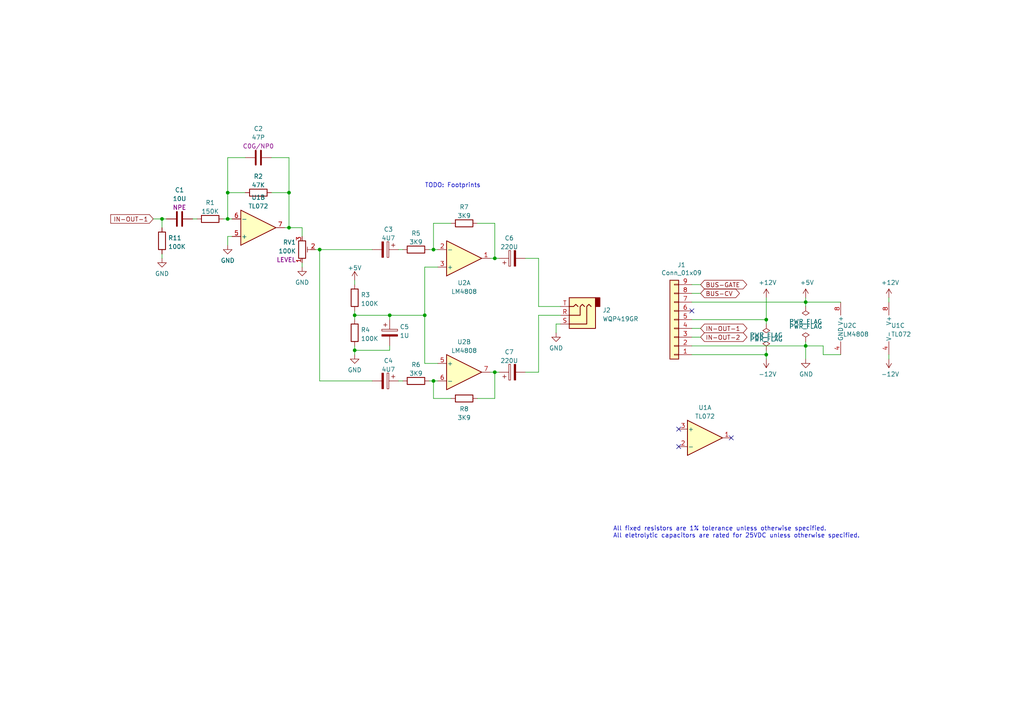
<source format=kicad_sch>
(kicad_sch (version 20211123) (generator eeschema)

  (uuid a1a9a0d8-c6de-418f-9a57-bf7f74b6d401)

  (paper "A4")

  (title_block
    (title "Audiout Prototype - Headphone Output")
    (date "2022-03-16")
    (rev "1.0")
    (company "Len Popp")
    (comment 1 "Copyright © 2022 Len Popp CC BY")
    (comment 2 "Circuit design for my custom Eurorack breadboard prototyping module")
    (comment 3 "Prototype of audio output module")
  )

  (lib_symbols
    (symbol "-lmp-opamp:TL072" (pin_names (offset 0.127)) (in_bom yes) (on_board yes)
      (property "Reference" "U" (id 0) (at 0 5.08 0)
        (effects (font (size 1.27 1.27)) (justify left))
      )
      (property "Value" "TL072" (id 1) (at 0 -5.08 0)
        (effects (font (size 1.27 1.27)) (justify left))
      )
      (property "Footprint" "Package_DIP:DIP-8_W7.62mm" (id 2) (at 0 0 0)
        (effects (font (size 1.27 1.27)) hide)
      )
      (property "Datasheet" "https://www.ti.com/lit/ds/symlink/tl072b.pdf?ts=1628812694194" (id 3) (at 0 0 0)
        (effects (font (size 1.27 1.27)) hide)
      )
      (property "Manufacturer" "Texas Instruments" (id 4) (at 0 0 0)
        (effects (font (size 1.27 1.27)) hide)
      )
      (property "ManufacturerPartNum" "TL072BCP" (id 5) (at 0 0 0)
        (effects (font (size 1.27 1.27)) hide)
      )
      (property "Distributor" "Mouser" (id 6) (at 0 0 0)
        (effects (font (size 1.27 1.27)) hide)
      )
      (property "DistributorPartNum" "595-TL072BCP" (id 7) (at 0 0 0)
        (effects (font (size 1.27 1.27)) hide)
      )
      (property "DistributorPartLink" "https://www.mouser.ca/ProductDetail/Texas-Instruments/TL072BCP?qs=p6YqzpSxLIxmo8AyZLsP4g%3D%3D" (id 8) (at 0 0 0)
        (effects (font (size 1.27 1.27)) hide)
      )
      (property "ki_locked" "" (id 9) (at 0 0 0)
        (effects (font (size 1.27 1.27)))
      )
      (property "ki_keywords" "quad opamp" (id 10) (at 0 0 0)
        (effects (font (size 1.27 1.27)) hide)
      )
      (property "ki_description" "Dual Low-Noise JFET-Input Operational Amplifiers, DIP-8/SOIC-8" (id 11) (at 0 0 0)
        (effects (font (size 1.27 1.27)) hide)
      )
      (property "ki_fp_filters" "SOIC*3.9x4.9mm*P1.27mm* DIP*W7.62mm* TO*99* OnSemi*Micro8* TSSOP*3x3mm*P0.65mm* TSSOP*4.4x3mm*P0.65mm* MSOP*3x3mm*P0.65mm* SSOP*3.9x4.9mm*P0.635mm* LFCSP*2x2mm*P0.5mm* *SIP* SOIC*5.3x6.2mm*P1.27mm*" (id 12) (at 0 0 0)
        (effects (font (size 1.27 1.27)) hide)
      )
      (symbol "TL072_1_1"
        (polyline
          (pts
            (xy -5.08 5.08)
            (xy 5.08 0)
            (xy -5.08 -5.08)
            (xy -5.08 5.08)
          )
          (stroke (width 0.254) (type default) (color 0 0 0 0))
          (fill (type background))
        )
        (pin output line (at 7.62 0 180) (length 2.54)
          (name "~" (effects (font (size 1.27 1.27))))
          (number "1" (effects (font (size 1.27 1.27))))
        )
        (pin input line (at -7.62 -2.54 0) (length 2.54)
          (name "-" (effects (font (size 1.27 1.27))))
          (number "2" (effects (font (size 1.27 1.27))))
        )
        (pin input line (at -7.62 2.54 0) (length 2.54)
          (name "+" (effects (font (size 1.27 1.27))))
          (number "3" (effects (font (size 1.27 1.27))))
        )
      )
      (symbol "TL072_2_1"
        (polyline
          (pts
            (xy -5.08 5.08)
            (xy 5.08 0)
            (xy -5.08 -5.08)
            (xy -5.08 5.08)
          )
          (stroke (width 0.254) (type default) (color 0 0 0 0))
          (fill (type background))
        )
        (pin input line (at -7.62 2.54 0) (length 2.54)
          (name "+" (effects (font (size 1.27 1.27))))
          (number "5" (effects (font (size 1.27 1.27))))
        )
        (pin input line (at -7.62 -2.54 0) (length 2.54)
          (name "-" (effects (font (size 1.27 1.27))))
          (number "6" (effects (font (size 1.27 1.27))))
        )
        (pin output line (at 7.62 0 180) (length 2.54)
          (name "~" (effects (font (size 1.27 1.27))))
          (number "7" (effects (font (size 1.27 1.27))))
        )
      )
      (symbol "TL072_3_1"
        (pin power_in line (at -2.54 -7.62 90) (length 3.81)
          (name "V-" (effects (font (size 1.27 1.27))))
          (number "4" (effects (font (size 1.27 1.27))))
        )
        (pin power_in line (at -2.54 7.62 270) (length 3.81)
          (name "V+" (effects (font (size 1.27 1.27))))
          (number "8" (effects (font (size 1.27 1.27))))
        )
      )
    )
    (symbol "-lmp-power:+12V" (power) (pin_names (offset 0)) (in_bom yes) (on_board yes)
      (property "Reference" "#PWR" (id 0) (at 0 -3.81 0)
        (effects (font (size 1.27 1.27)) hide)
      )
      (property "Value" "+12V" (id 1) (at 0 3.556 0)
        (effects (font (size 1.27 1.27)))
      )
      (property "Footprint" "" (id 2) (at 0 0 0)
        (effects (font (size 1.27 1.27)) hide)
      )
      (property "Datasheet" "" (id 3) (at 0 0 0)
        (effects (font (size 1.27 1.27)) hide)
      )
      (property "ki_keywords" "power-flag" (id 4) (at 0 0 0)
        (effects (font (size 1.27 1.27)) hide)
      )
      (property "ki_description" "Power symbol creates a global label with name \"+12V\"" (id 5) (at 0 0 0)
        (effects (font (size 1.27 1.27)) hide)
      )
      (symbol "+12V_0_1"
        (polyline
          (pts
            (xy -0.762 1.27)
            (xy 0 2.54)
          )
          (stroke (width 0) (type default) (color 0 0 0 0))
          (fill (type none))
        )
        (polyline
          (pts
            (xy 0 0)
            (xy 0 2.54)
          )
          (stroke (width 0) (type default) (color 0 0 0 0))
          (fill (type none))
        )
        (polyline
          (pts
            (xy 0 2.54)
            (xy 0.762 1.27)
          )
          (stroke (width 0) (type default) (color 0 0 0 0))
          (fill (type none))
        )
      )
      (symbol "+12V_1_1"
        (pin power_in line (at 0 0 90) (length 0) hide
          (name "+12V" (effects (font (size 1.27 1.27))))
          (number "1" (effects (font (size 1.27 1.27))))
        )
      )
    )
    (symbol "-lmp-power:+5V" (power) (pin_names (offset 0)) (in_bom yes) (on_board yes)
      (property "Reference" "#PWR" (id 0) (at 0 -3.81 0)
        (effects (font (size 1.27 1.27)) hide)
      )
      (property "Value" "+5V" (id 1) (at 0 3.556 0)
        (effects (font (size 1.27 1.27)))
      )
      (property "Footprint" "" (id 2) (at 0 0 0)
        (effects (font (size 1.27 1.27)) hide)
      )
      (property "Datasheet" "" (id 3) (at 0 0 0)
        (effects (font (size 1.27 1.27)) hide)
      )
      (property "ki_keywords" "power-flag" (id 4) (at 0 0 0)
        (effects (font (size 1.27 1.27)) hide)
      )
      (property "ki_description" "Power symbol creates a global label with name \"+5V\"" (id 5) (at 0 0 0)
        (effects (font (size 1.27 1.27)) hide)
      )
      (symbol "+5V_0_1"
        (polyline
          (pts
            (xy -0.762 1.27)
            (xy 0 2.54)
          )
          (stroke (width 0) (type default) (color 0 0 0 0))
          (fill (type none))
        )
        (polyline
          (pts
            (xy 0 0)
            (xy 0 2.54)
          )
          (stroke (width 0) (type default) (color 0 0 0 0))
          (fill (type none))
        )
        (polyline
          (pts
            (xy 0 2.54)
            (xy 0.762 1.27)
          )
          (stroke (width 0) (type default) (color 0 0 0 0))
          (fill (type none))
        )
      )
      (symbol "+5V_1_1"
        (pin power_in line (at 0 0 90) (length 0) hide
          (name "+5V" (effects (font (size 1.27 1.27))))
          (number "1" (effects (font (size 1.27 1.27))))
        )
      )
    )
    (symbol "-lmp-power:-12V" (power) (pin_names (offset 0)) (in_bom yes) (on_board yes)
      (property "Reference" "#PWR" (id 0) (at 0 3.81 0)
        (effects (font (size 1.27 1.27)) hide)
      )
      (property "Value" "-12V" (id 1) (at 0 -3.556 0)
        (effects (font (size 1.27 1.27)))
      )
      (property "Footprint" "" (id 2) (at 0 0 0)
        (effects (font (size 1.27 1.27)) hide)
      )
      (property "Datasheet" "" (id 3) (at 0 0 0)
        (effects (font (size 1.27 1.27)) hide)
      )
      (property "ki_keywords" "power-flag" (id 4) (at 0 0 0)
        (effects (font (size 1.27 1.27)) hide)
      )
      (property "ki_description" "Power symbol creates a global label with name \"-12V\"" (id 5) (at 0 0 0)
        (effects (font (size 1.27 1.27)) hide)
      )
      (symbol "-12V_0_1"
        (polyline
          (pts
            (xy -0.762 -1.27)
            (xy 0 -2.54)
          )
          (stroke (width 0) (type default) (color 0 0 0 0))
          (fill (type none))
        )
        (polyline
          (pts
            (xy 0 -2.54)
            (xy 0.762 -1.27)
          )
          (stroke (width 0) (type default) (color 0 0 0 0))
          (fill (type none))
        )
        (polyline
          (pts
            (xy 0 0)
            (xy 0 -2.54)
          )
          (stroke (width 0) (type default) (color 0 0 0 0))
          (fill (type none))
        )
      )
      (symbol "-12V_1_1"
        (pin power_in line (at 0 0 270) (length 0) hide
          (name "-12V" (effects (font (size 1.27 1.27))))
          (number "1" (effects (font (size 1.27 1.27))))
        )
      )
    )
    (symbol "-lmp-power:GND" (power) (pin_names (offset 0)) (in_bom yes) (on_board yes)
      (property "Reference" "#PWR" (id 0) (at 0 -6.35 0)
        (effects (font (size 1.27 1.27)) hide)
      )
      (property "Value" "GND" (id 1) (at 0 -3.81 0)
        (effects (font (size 1.27 1.27)))
      )
      (property "Footprint" "" (id 2) (at 0 0 0)
        (effects (font (size 1.27 1.27)) hide)
      )
      (property "Datasheet" "" (id 3) (at 0 0 0)
        (effects (font (size 1.27 1.27)) hide)
      )
      (property "ki_keywords" "power-flag" (id 4) (at 0 0 0)
        (effects (font (size 1.27 1.27)) hide)
      )
      (property "ki_description" "Power symbol creates a global label with name \"GND\" , ground" (id 5) (at 0 0 0)
        (effects (font (size 1.27 1.27)) hide)
      )
      (symbol "GND_0_1"
        (polyline
          (pts
            (xy 0 0)
            (xy 0 -1.27)
            (xy 1.27 -1.27)
            (xy 0 -2.54)
            (xy -1.27 -1.27)
            (xy 0 -1.27)
          )
          (stroke (width 0) (type default) (color 0 0 0 0))
          (fill (type none))
        )
      )
      (symbol "GND_1_1"
        (pin power_in line (at 0 0 270) (length 0) hide
          (name "GND" (effects (font (size 1.27 1.27))))
          (number "1" (effects (font (size 1.27 1.27))))
        )
      )
    )
    (symbol "-lmp-power:PWR_FLAG" (power) (pin_numbers hide) (pin_names (offset 0) hide) (in_bom yes) (on_board yes)
      (property "Reference" "#FLG" (id 0) (at 0 1.905 0)
        (effects (font (size 1.27 1.27)) hide)
      )
      (property "Value" "PWR_FLAG" (id 1) (at 0 3.81 0)
        (effects (font (size 1.27 1.27)))
      )
      (property "Footprint" "" (id 2) (at 0 0 0)
        (effects (font (size 1.27 1.27)) hide)
      )
      (property "Datasheet" "~" (id 3) (at 0 0 0)
        (effects (font (size 1.27 1.27)) hide)
      )
      (property "ki_keywords" "power-flag" (id 4) (at 0 0 0)
        (effects (font (size 1.27 1.27)) hide)
      )
      (property "ki_description" "Special symbol for telling ERC where power comes from" (id 5) (at 0 0 0)
        (effects (font (size 1.27 1.27)) hide)
      )
      (symbol "PWR_FLAG_0_0"
        (pin power_out line (at 0 0 90) (length 0)
          (name "pwr" (effects (font (size 1.27 1.27))))
          (number "1" (effects (font (size 1.27 1.27))))
        )
      )
      (symbol "PWR_FLAG_0_1"
        (polyline
          (pts
            (xy 0 0)
            (xy 0 1.27)
            (xy -1.016 1.905)
            (xy 0 2.54)
            (xy 1.016 1.905)
            (xy 0 1.27)
          )
          (stroke (width 0) (type default) (color 0 0 0 0))
          (fill (type none))
        )
      )
    )
    (symbol "-lmp-synth:CNP_10U" (pin_numbers hide) (pin_names (offset 0.254)) (in_bom yes) (on_board yes)
      (property "Reference" "C" (id 0) (at 0.635 2.54 0)
        (effects (font (size 1.27 1.27)) (justify left))
      )
      (property "Value" "CNP_10U" (id 1) (at 0.635 -2.54 0)
        (effects (font (size 1.27 1.27)) (justify left))
      )
      (property "Footprint" "-lmp-misc:C_Radial_D5.0mm_H5.0mm_P2.50mm" (id 2) (at 0.9652 -3.81 0)
        (effects (font (size 1.27 1.27)) hide)
      )
      (property "Datasheet" "https://www.mouser.ca/datasheet/2/315/ABA0000C1053-947510.pdf" (id 3) (at 0 0 0)
        (effects (font (size 1.27 1.27)) hide)
      )
      (property "Value2" "NPE" (id 4) (at 0 0 0)
        (effects (font (size 1.27 1.27)))
      )
      (property "Manufacturer" "Panasonic" (id 5) (at 0 0 0)
        (effects (font (size 1.27 1.27)) hide)
      )
      (property "ManufacturerPartNum" "ECE-A1EN100UI" (id 6) (at 0 0 0)
        (effects (font (size 1.27 1.27)) hide)
      )
      (property "Distributor" "Mouser" (id 7) (at 0 0 0)
        (effects (font (size 1.27 1.27)) hide)
      )
      (property "DistributorPartNum" "667-ECE-A1EN100UI" (id 8) (at 0 0 0)
        (effects (font (size 1.27 1.27)) hide)
      )
      (property "DistributorPartLink" "https://www.mouser.ca/ProductDetail/Panasonic/ECE-A1EN100UI?qs=0h1gzos03f36mGOUyzNXaA%3D%3D" (id 9) (at 0 0 0)
        (effects (font (size 1.27 1.27)) hide)
      )
      (property "ki_keywords" "cap capacitor non-polarized electrolytic" (id 10) (at 0 0 0)
        (effects (font (size 1.27 1.27)) hide)
      )
      (property "ki_description" "Capacitor - Non-polarized Electrolytic" (id 11) (at 0 0 0)
        (effects (font (size 1.27 1.27)) hide)
      )
      (property "ki_fp_filters" "C_*" (id 12) (at 0 0 0)
        (effects (font (size 1.27 1.27)) hide)
      )
      (symbol "CNP_10U_0_1"
        (polyline
          (pts
            (xy -2.032 -0.762)
            (xy 2.032 -0.762)
          )
          (stroke (width 0.508) (type default) (color 0 0 0 0))
          (fill (type none))
        )
        (polyline
          (pts
            (xy -2.032 0.762)
            (xy 2.032 0.762)
          )
          (stroke (width 0.508) (type default) (color 0 0 0 0))
          (fill (type none))
        )
      )
      (symbol "CNP_10U_1_1"
        (pin passive line (at 0 3.81 270) (length 2.794)
          (name "~" (effects (font (size 1.27 1.27))))
          (number "1" (effects (font (size 1.27 1.27))))
        )
        (pin passive line (at 0 -3.81 90) (length 2.794)
          (name "~" (effects (font (size 1.27 1.27))))
          (number "2" (effects (font (size 1.27 1.27))))
        )
      )
    )
    (symbol "-lmp-synth:Jack_WQP419GR" (in_bom yes) (on_board yes)
      (property "Reference" "J" (id 0) (at 0 10.668 0)
        (effects (font (size 1.27 1.27)))
      )
      (property "Value" "Jack_WQP419GR" (id 1) (at 0 8.382 0)
        (effects (font (size 1.27 1.27)))
      )
      (property "Footprint" "-lmp-synth:Jack_3.5mm_QingPu_WQP-PJ366ST_Vertical" (id 2) (at 0 0 0)
        (effects (font (size 1.27 1.27)) hide)
      )
      (property "Datasheet" "http://www.qingpu-electronics.com/en/products/WQP-PJ366ST-364.html" (id 3) (at 0 0 0)
        (effects (font (size 1.27 1.27)) hide)
      )
      (property "Label" "[label]" (id 4) (at 0 5.969 0)
        (effects (font (size 1.27 1.27)))
      )
      (property "Manufacturer" "QingPu / Thonk" (id 5) (at 0 0 0)
        (effects (font (size 1.27 1.27)) hide)
      )
      (property "ManufacturerPartNum" "PJ366ST / WQP419GR" (id 6) (at 0 0 0)
        (effects (font (size 1.27 1.27)) hide)
      )
      (property "Distributor" "Thonk" (id 7) (at 0 0 0)
        (effects (font (size 1.27 1.27)) hide)
      )
      (property "DistributorPartNum" "PJ366ST" (id 8) (at 0 0 0)
        (effects (font (size 1.27 1.27)) hide)
      )
      (property "DistributorPartLink" "https://www.thonk.co.uk/shop/thonkiconn/" (id 9) (at 0 0 0)
        (effects (font (size 1.27 1.27)) hide)
      )
      (property "ki_keywords" "audio jack receptacle stereo headphones phones TRS connector QingPu Thonkiconn" (id 10) (at 0 0 0)
        (effects (font (size 1.27 1.27)) hide)
      )
      (property "ki_description" "Audio Jack, 3 Poles (Stereo / TRS), QingPu / Thonkiconn" (id 11) (at 0 0 0)
        (effects (font (size 1.27 1.27)) hide)
      )
      (property "ki_fp_filters" "Jack*" (id 12) (at 0 0 0)
        (effects (font (size 1.27 1.27)) hide)
      )
      (symbol "Jack_WQP419GR_0_1"
        (rectangle (start -5.08 -5.08) (end -6.35 -2.54)
          (stroke (width 0.254) (type default) (color 0 0 0 0))
          (fill (type outline))
        )
        (polyline
          (pts
            (xy 0 -2.54)
            (xy 0.635 -3.175)
            (xy 1.27 -2.54)
            (xy 2.54 -2.54)
          )
          (stroke (width 0.254) (type default) (color 0 0 0 0))
          (fill (type none))
        )
        (polyline
          (pts
            (xy -1.905 -2.54)
            (xy -1.27 -3.175)
            (xy -0.635 -2.54)
            (xy -0.635 0)
            (xy 2.54 0)
          )
          (stroke (width 0.254) (type default) (color 0 0 0 0))
          (fill (type none))
        )
        (polyline
          (pts
            (xy 2.54 2.54)
            (xy -2.54 2.54)
            (xy -2.54 -2.54)
            (xy -3.175 -3.175)
            (xy -3.81 -2.54)
          )
          (stroke (width 0.254) (type default) (color 0 0 0 0))
          (fill (type none))
        )
        (rectangle (start 2.54 3.81) (end -5.08 -5.08)
          (stroke (width 0.254) (type default) (color 0 0 0 0))
          (fill (type background))
        )
      )
      (symbol "Jack_WQP419GR_1_1"
        (pin passive line (at 5.08 0 180) (length 2.54)
          (name "~" (effects (font (size 1.27 1.27))))
          (number "R" (effects (font (size 1.27 1.27))))
        )
        (pin passive line (at 5.08 2.54 180) (length 2.54)
          (name "~" (effects (font (size 1.27 1.27))))
          (number "S" (effects (font (size 1.27 1.27))))
        )
        (pin passive line (at 5.08 -2.54 180) (length 2.54)
          (name "~" (effects (font (size 1.27 1.27))))
          (number "T" (effects (font (size 1.27 1.27))))
        )
      )
    )
    (symbol "-lmp-synth:LM4808" (pin_names (offset 0.127)) (in_bom yes) (on_board yes)
      (property "Reference" "U" (id 0) (at 0 5.08 0)
        (effects (font (size 1.27 1.27)) (justify left))
      )
      (property "Value" "LM4808" (id 1) (at 0 -5.08 0)
        (effects (font (size 1.27 1.27)) (justify left))
      )
      (property "Footprint" "-lmp-misc:SOIC-8_5.275x5.275mm_P1.27mm" (id 2) (at 0 0 0)
        (effects (font (size 1.27 1.27)) hide)
      )
      (property "Datasheet" "https://www.ti.com/lit/ds/symlink/lm4808.pdf" (id 3) (at 0 0 0)
        (effects (font (size 1.27 1.27)) hide)
      )
      (property "ki_locked" "" (id 4) (at 0 0 0)
        (effects (font (size 1.27 1.27)))
      )
      (property "ki_keywords" "dual audio amplifier" (id 5) (at 0 0 0)
        (effects (font (size 1.27 1.27)) hide)
      )
      (property "ki_description" "Dual Audio Amplifiers" (id 6) (at 0 0 0)
        (effects (font (size 1.27 1.27)) hide)
      )
      (property "ki_fp_filters" "SOIC-8_* VSSOP-8_*" (id 7) (at 0 0 0)
        (effects (font (size 1.27 1.27)) hide)
      )
      (symbol "LM4808_1_1"
        (polyline
          (pts
            (xy -5.08 5.08)
            (xy 5.08 0)
            (xy -5.08 -5.08)
            (xy -5.08 5.08)
          )
          (stroke (width 0.254) (type default) (color 0 0 0 0))
          (fill (type background))
        )
        (pin output line (at 7.62 0 180) (length 2.54)
          (name "~" (effects (font (size 1.27 1.27))))
          (number "1" (effects (font (size 1.27 1.27))))
        )
        (pin input line (at -7.62 -2.54 0) (length 2.54)
          (name "-" (effects (font (size 1.27 1.27))))
          (number "2" (effects (font (size 1.27 1.27))))
        )
        (pin input line (at -7.62 2.54 0) (length 2.54)
          (name "+" (effects (font (size 1.27 1.27))))
          (number "3" (effects (font (size 1.27 1.27))))
        )
      )
      (symbol "LM4808_2_1"
        (polyline
          (pts
            (xy -5.08 5.08)
            (xy 5.08 0)
            (xy -5.08 -5.08)
            (xy -5.08 5.08)
          )
          (stroke (width 0.254) (type default) (color 0 0 0 0))
          (fill (type background))
        )
        (pin input line (at -7.62 2.54 0) (length 2.54)
          (name "+" (effects (font (size 1.27 1.27))))
          (number "5" (effects (font (size 1.27 1.27))))
        )
        (pin input line (at -7.62 -2.54 0) (length 2.54)
          (name "-" (effects (font (size 1.27 1.27))))
          (number "6" (effects (font (size 1.27 1.27))))
        )
        (pin output line (at 7.62 0 180) (length 2.54)
          (name "~" (effects (font (size 1.27 1.27))))
          (number "7" (effects (font (size 1.27 1.27))))
        )
      )
      (symbol "LM4808_3_1"
        (pin power_in line (at -2.54 -7.62 90) (length 3.81)
          (name "GND" (effects (font (size 1.27 1.27))))
          (number "4" (effects (font (size 1.27 1.27))))
        )
        (pin power_in line (at -2.54 7.62 270) (length 3.81)
          (name "V+" (effects (font (size 1.27 1.27))))
          (number "8" (effects (font (size 1.27 1.27))))
        )
      )
    )
    (symbol "-lmp:CC" (pin_numbers hide) (pin_names (offset 0.254)) (in_bom yes) (on_board yes)
      (property "Reference" "C" (id 0) (at 0.635 2.54 0)
        (effects (font (size 1.27 1.27)) (justify left))
      )
      (property "Value" "CC" (id 1) (at 0.635 -2.54 0)
        (effects (font (size 1.27 1.27)) (justify left))
      )
      (property "Footprint" "" (id 2) (at 0.9652 -3.81 0)
        (effects (font (size 1.27 1.27)) hide)
      )
      (property "Datasheet" "~" (id 3) (at 0 0 0)
        (effects (font (size 1.27 1.27)) hide)
      )
      (property "ki_keywords" "cap capacitor ceramic" (id 4) (at 0 0 0)
        (effects (font (size 1.27 1.27)) hide)
      )
      (property "ki_description" "Capacitor - Ceramic" (id 5) (at 0 0 0)
        (effects (font (size 1.27 1.27)) hide)
      )
      (property "ki_fp_filters" "C_*" (id 6) (at 0 0 0)
        (effects (font (size 1.27 1.27)) hide)
      )
      (symbol "CC_0_1"
        (polyline
          (pts
            (xy -2.032 -0.762)
            (xy 2.032 -0.762)
          )
          (stroke (width 0.508) (type default) (color 0 0 0 0))
          (fill (type none))
        )
        (polyline
          (pts
            (xy -2.032 0.762)
            (xy 2.032 0.762)
          )
          (stroke (width 0.508) (type default) (color 0 0 0 0))
          (fill (type none))
        )
      )
      (symbol "CC_1_1"
        (pin passive line (at 0 3.81 270) (length 2.794)
          (name "~" (effects (font (size 1.27 1.27))))
          (number "1" (effects (font (size 1.27 1.27))))
        )
        (pin passive line (at 0 -3.81 90) (length 2.794)
          (name "~" (effects (font (size 1.27 1.27))))
          (number "2" (effects (font (size 1.27 1.27))))
        )
      )
    )
    (symbol "-lmp:CP" (pin_numbers hide) (pin_names (offset 0.254)) (in_bom yes) (on_board yes)
      (property "Reference" "C" (id 0) (at 0.635 2.54 0)
        (effects (font (size 1.27 1.27)) (justify left))
      )
      (property "Value" "CP" (id 1) (at 0.635 -2.54 0)
        (effects (font (size 1.27 1.27)) (justify left))
      )
      (property "Footprint" "" (id 2) (at 0.9652 -3.81 0)
        (effects (font (size 1.27 1.27)) hide)
      )
      (property "Datasheet" "~" (id 3) (at 0 0 0)
        (effects (font (size 1.27 1.27)) hide)
      )
      (property "ki_keywords" "cap capacitor electrolytic" (id 4) (at 0 0 0)
        (effects (font (size 1.27 1.27)) hide)
      )
      (property "ki_description" "Capacitor - Electrolytic" (id 5) (at 0 0 0)
        (effects (font (size 1.27 1.27)) hide)
      )
      (property "ki_fp_filters" "CP_*" (id 6) (at 0 0 0)
        (effects (font (size 1.27 1.27)) hide)
      )
      (symbol "CP_0_1"
        (rectangle (start -2.286 0.508) (end 2.286 1.016)
          (stroke (width 0) (type default) (color 0 0 0 0))
          (fill (type none))
        )
        (polyline
          (pts
            (xy -1.778 2.286)
            (xy -0.762 2.286)
          )
          (stroke (width 0) (type default) (color 0 0 0 0))
          (fill (type none))
        )
        (polyline
          (pts
            (xy -1.27 2.794)
            (xy -1.27 1.778)
          )
          (stroke (width 0) (type default) (color 0 0 0 0))
          (fill (type none))
        )
        (rectangle (start 2.286 -0.508) (end -2.286 -1.016)
          (stroke (width 0) (type default) (color 0 0 0 0))
          (fill (type outline))
        )
      )
      (symbol "CP_1_1"
        (pin passive line (at 0 3.81 270) (length 2.794)
          (name "~" (effects (font (size 1.27 1.27))))
          (number "1" (effects (font (size 1.27 1.27))))
        )
        (pin passive line (at 0 -3.81 90) (length 2.794)
          (name "~" (effects (font (size 1.27 1.27))))
          (number "2" (effects (font (size 1.27 1.27))))
        )
      )
    )
    (symbol "-lmp:R_1%_0W166" (pin_numbers hide) (pin_names (offset 0)) (in_bom yes) (on_board yes)
      (property "Reference" "R" (id 0) (at -2.286 0 90)
        (effects (font (size 1.27 1.27)))
      )
      (property "Value" "R_1%_0W166" (id 1) (at 2.413 0 90)
        (effects (font (size 1.27 1.27)))
      )
      (property "Footprint" "-lmp-misc:R_Axial_DIN0207_L6.3mm_D2.5mm_P7.62mm_Horizontal" (id 2) (at -1.778 0 90)
        (effects (font (size 1.27 1.27)) hide)
      )
      (property "Datasheet" "https://www.mouser.ca/datasheet/2/447/Yageo_LR_MFR_1-1714151.pdf" (id 3) (at 0 0 0)
        (effects (font (size 1.27 1.27)) hide)
      )
      (property "Manufacturer" "YAGEO" (id 4) (at 0 0 0)
        (effects (font (size 1.27 1.27)) hide)
      )
      (property "ManufacturerPartNum" "MFR-12*" (id 5) (at 0 0 0)
        (effects (font (size 1.27 1.27)) hide)
      )
      (property "Distributor" "Mouser" (id 6) (at 0 0 0)
        (effects (font (size 1.27 1.27)) hide)
      )
      (property "DistributorPartNum" "603-MFR-12*" (id 7) (at 0 0 0)
        (effects (font (size 1.27 1.27)) hide)
      )
      (property "DistributorPartLink" "https://www.mouser.ca/c/?m=YAGEO&power+rating=166+mW+(1%2f6+W)&tolerance=1+%25&instock=y" (id 8) (at 0 0 0)
        (effects (font (size 1.27 1.27)) hide)
      )
      (property "Value2" "1%, 1/6 W" (id 9) (at 4.953 0 90)
        (effects (font (size 1.27 1.27)) hide)
      )
      (property "ki_keywords" "R res resistor" (id 10) (at 0 0 0)
        (effects (font (size 1.27 1.27)) hide)
      )
      (property "ki_description" "Resistor" (id 11) (at 0 0 0)
        (effects (font (size 1.27 1.27)) hide)
      )
      (property "ki_fp_filters" "R_*" (id 12) (at 0 0 0)
        (effects (font (size 1.27 1.27)) hide)
      )
      (symbol "R_1%_0W166_0_1"
        (rectangle (start -1.016 -2.54) (end 1.016 2.54)
          (stroke (width 0.254) (type default) (color 0 0 0 0))
          (fill (type none))
        )
      )
      (symbol "R_1%_0W166_1_1"
        (pin passive line (at 0 3.81 270) (length 1.27)
          (name "~" (effects (font (size 1.27 1.27))))
          (number "1" (effects (font (size 1.27 1.27))))
        )
        (pin passive line (at 0 -3.81 90) (length 1.27)
          (name "~" (effects (font (size 1.27 1.27))))
          (number "2" (effects (font (size 1.27 1.27))))
        )
      )
    )
    (symbol "-lmp:R_POT_TRIM" (pin_names (offset 1.016) hide) (in_bom yes) (on_board yes)
      (property "Reference" "RV" (id 0) (at -6.858 0 90)
        (effects (font (size 1.27 1.27)))
      )
      (property "Value" "R_POT_TRIM" (id 1) (at -4.953 0 90)
        (effects (font (size 1.27 1.27)))
      )
      (property "Footprint" "-lmp-misc:Potentiometer_Bourns_3386P_Top" (id 2) (at 0 0 0)
        (effects (font (size 1.27 1.27)) hide)
      )
      (property "Datasheet" "https://www.mouser.ca/datasheet/2/54/3386-776606.pdf" (id 3) (at 0 0 0)
        (effects (font (size 1.27 1.27)) hide)
      )
      (property "Label" "[label]" (id 4) (at -2.921 0 90)
        (effects (font (size 1.27 1.27)))
      )
      (property "Manufacturer" "Bourns" (id 5) (at 0 0 0)
        (effects (font (size 1.27 1.27)) hide)
      )
      (property "ManufacturerPartNum" "3386*" (id 6) (at 0 0 0)
        (effects (font (size 1.27 1.27)) hide)
      )
      (property "Distributor" "Mouser" (id 7) (at 0 0 0)
        (effects (font (size 1.27 1.27)) hide)
      )
      (property "DistributorPartNum" "652-3386*" (id 8) (at 0 0 0)
        (effects (font (size 1.27 1.27)) hide)
      )
      (property "DistributorPartLink" "https://www.mouser.ca/c/passive-components/resistors/variable-resistors/trimmer-resistors-through-hole/?number+of+turns=1&series=3386&instock=y" (id 9) (at 0 0 0)
        (effects (font (size 1.27 1.27)) hide)
      )
      (property "ki_keywords" "resistor variable trimpot trimmer" (id 10) (at 0 0 0)
        (effects (font (size 1.27 1.27)) hide)
      )
      (property "ki_description" "Trim-potentiometer" (id 11) (at 0 0 0)
        (effects (font (size 1.27 1.27)) hide)
      )
      (property "ki_fp_filters" "Potentiometer*" (id 12) (at 0 0 0)
        (effects (font (size 1.27 1.27)) hide)
      )
      (symbol "R_POT_TRIM_0_1"
        (polyline
          (pts
            (xy 1.524 0.762)
            (xy 1.524 -0.762)
          )
          (stroke (width 0) (type default) (color 0 0 0 0))
          (fill (type none))
        )
        (polyline
          (pts
            (xy 2.54 0)
            (xy 1.524 0)
          )
          (stroke (width 0) (type default) (color 0 0 0 0))
          (fill (type none))
        )
        (rectangle (start 1.016 2.54) (end -1.016 -2.54)
          (stroke (width 0.254) (type default) (color 0 0 0 0))
          (fill (type none))
        )
      )
      (symbol "R_POT_TRIM_1_1"
        (pin passive line (at 0 3.81 270) (length 1.27)
          (name "1" (effects (font (size 1.27 1.27))))
          (number "1" (effects (font (size 1.27 1.27))))
        )
        (pin passive line (at 3.81 0 180) (length 1.27)
          (name "2" (effects (font (size 1.27 1.27))))
          (number "2" (effects (font (size 1.27 1.27))))
        )
        (pin passive line (at 0 -3.81 90) (length 1.27)
          (name "3" (effects (font (size 1.27 1.27))))
          (number "3" (effects (font (size 1.27 1.27))))
        )
      )
    )
    (symbol "Connector_Generic:Conn_01x09" (pin_names (offset 1.016) hide) (in_bom yes) (on_board yes)
      (property "Reference" "J" (id 0) (at 0 12.7 0)
        (effects (font (size 1.27 1.27)))
      )
      (property "Value" "Conn_01x09" (id 1) (at 0 -12.7 0)
        (effects (font (size 1.27 1.27)))
      )
      (property "Footprint" "" (id 2) (at 0 0 0)
        (effects (font (size 1.27 1.27)) hide)
      )
      (property "Datasheet" "~" (id 3) (at 0 0 0)
        (effects (font (size 1.27 1.27)) hide)
      )
      (property "ki_keywords" "connector" (id 4) (at 0 0 0)
        (effects (font (size 1.27 1.27)) hide)
      )
      (property "ki_description" "Generic connector, single row, 01x09, script generated (kicad-library-utils/schlib/autogen/connector/)" (id 5) (at 0 0 0)
        (effects (font (size 1.27 1.27)) hide)
      )
      (property "ki_fp_filters" "Connector*:*_1x??_*" (id 6) (at 0 0 0)
        (effects (font (size 1.27 1.27)) hide)
      )
      (symbol "Conn_01x09_1_1"
        (rectangle (start -1.27 -10.033) (end 0 -10.287)
          (stroke (width 0.1524) (type default) (color 0 0 0 0))
          (fill (type none))
        )
        (rectangle (start -1.27 -7.493) (end 0 -7.747)
          (stroke (width 0.1524) (type default) (color 0 0 0 0))
          (fill (type none))
        )
        (rectangle (start -1.27 -4.953) (end 0 -5.207)
          (stroke (width 0.1524) (type default) (color 0 0 0 0))
          (fill (type none))
        )
        (rectangle (start -1.27 -2.413) (end 0 -2.667)
          (stroke (width 0.1524) (type default) (color 0 0 0 0))
          (fill (type none))
        )
        (rectangle (start -1.27 0.127) (end 0 -0.127)
          (stroke (width 0.1524) (type default) (color 0 0 0 0))
          (fill (type none))
        )
        (rectangle (start -1.27 2.667) (end 0 2.413)
          (stroke (width 0.1524) (type default) (color 0 0 0 0))
          (fill (type none))
        )
        (rectangle (start -1.27 5.207) (end 0 4.953)
          (stroke (width 0.1524) (type default) (color 0 0 0 0))
          (fill (type none))
        )
        (rectangle (start -1.27 7.747) (end 0 7.493)
          (stroke (width 0.1524) (type default) (color 0 0 0 0))
          (fill (type none))
        )
        (rectangle (start -1.27 10.287) (end 0 10.033)
          (stroke (width 0.1524) (type default) (color 0 0 0 0))
          (fill (type none))
        )
        (rectangle (start -1.27 11.43) (end 1.27 -11.43)
          (stroke (width 0.254) (type default) (color 0 0 0 0))
          (fill (type background))
        )
        (pin passive line (at -5.08 10.16 0) (length 3.81)
          (name "Pin_1" (effects (font (size 1.27 1.27))))
          (number "1" (effects (font (size 1.27 1.27))))
        )
        (pin passive line (at -5.08 7.62 0) (length 3.81)
          (name "Pin_2" (effects (font (size 1.27 1.27))))
          (number "2" (effects (font (size 1.27 1.27))))
        )
        (pin passive line (at -5.08 5.08 0) (length 3.81)
          (name "Pin_3" (effects (font (size 1.27 1.27))))
          (number "3" (effects (font (size 1.27 1.27))))
        )
        (pin passive line (at -5.08 2.54 0) (length 3.81)
          (name "Pin_4" (effects (font (size 1.27 1.27))))
          (number "4" (effects (font (size 1.27 1.27))))
        )
        (pin passive line (at -5.08 0 0) (length 3.81)
          (name "Pin_5" (effects (font (size 1.27 1.27))))
          (number "5" (effects (font (size 1.27 1.27))))
        )
        (pin passive line (at -5.08 -2.54 0) (length 3.81)
          (name "Pin_6" (effects (font (size 1.27 1.27))))
          (number "6" (effects (font (size 1.27 1.27))))
        )
        (pin passive line (at -5.08 -5.08 0) (length 3.81)
          (name "Pin_7" (effects (font (size 1.27 1.27))))
          (number "7" (effects (font (size 1.27 1.27))))
        )
        (pin passive line (at -5.08 -7.62 0) (length 3.81)
          (name "Pin_8" (effects (font (size 1.27 1.27))))
          (number "8" (effects (font (size 1.27 1.27))))
        )
        (pin passive line (at -5.08 -10.16 0) (length 3.81)
          (name "Pin_9" (effects (font (size 1.27 1.27))))
          (number "9" (effects (font (size 1.27 1.27))))
        )
      )
    )
  )


  (junction (at 143.51 107.95) (diameter 0) (color 0 0 0 0)
    (uuid 04cce7f7-7a76-48f5-b51b-67d537e8535e)
  )
  (junction (at 66.04 63.5) (diameter 0) (color 0 0 0 0)
    (uuid 1070dd55-b600-4254-80cf-ba2e0f529d2d)
  )
  (junction (at 222.25 102.87) (diameter 0) (color 0 0 0 0)
    (uuid 22c22de0-30f9-42af-ac14-44974608319c)
  )
  (junction (at 46.99 63.5) (diameter 0) (color 0 0 0 0)
    (uuid 248c5f41-5428-4361-bd1b-6551f35016e2)
  )
  (junction (at 222.25 92.71) (diameter 0) (color 0 0 0 0)
    (uuid 277337c2-8b08-4bed-a885-4a8adba6aa1b)
  )
  (junction (at 233.68 100.33) (diameter 0) (color 0 0 0 0)
    (uuid 2de0f335-3e5d-4176-a9c8-d3718f0aa5a9)
  )
  (junction (at 125.73 110.49) (diameter 0) (color 0 0 0 0)
    (uuid 4149c979-1168-4afb-bab2-17f57fb09650)
  )
  (junction (at 113.03 91.44) (diameter 0) (color 0 0 0 0)
    (uuid 44eb6234-135b-4511-8793-d26ff866f1a6)
  )
  (junction (at 102.87 91.44) (diameter 0) (color 0 0 0 0)
    (uuid 49e220d2-9ea6-4967-b36d-8f9df88bbafb)
  )
  (junction (at 233.68 87.63) (diameter 0) (color 0 0 0 0)
    (uuid 5802adda-5a62-42e3-8e55-f26224a0ef6f)
  )
  (junction (at 125.73 72.39) (diameter 0) (color 0 0 0 0)
    (uuid 661d985b-d3b6-494e-a8a6-eac7a01c5dc4)
  )
  (junction (at 83.82 55.88) (diameter 0) (color 0 0 0 0)
    (uuid 7b5b1218-cc4e-45ff-8792-a3c583c7a8f3)
  )
  (junction (at 92.71 72.39) (diameter 0) (color 0 0 0 0)
    (uuid 93fd81da-48c6-4b5e-b104-5a24de608679)
  )
  (junction (at 66.04 55.88) (diameter 0) (color 0 0 0 0)
    (uuid 97de4b62-0d75-4458-a737-9fe5bccf2579)
  )
  (junction (at 143.51 74.93) (diameter 0) (color 0 0 0 0)
    (uuid a643d35e-e99e-4460-9858-8d65950a3842)
  )
  (junction (at 83.82 66.04) (diameter 0) (color 0 0 0 0)
    (uuid d44616e4-d482-4f21-8267-518d075c0377)
  )
  (junction (at 102.87 101.6) (diameter 0) (color 0 0 0 0)
    (uuid f9995274-631f-4d7b-8fea-d47ca7287dc2)
  )
  (junction (at 123.19 91.44) (diameter 0) (color 0 0 0 0)
    (uuid fb1494d8-7010-4ff3-9101-3d7dcb3c7ec0)
  )

  (no_connect (at 200.66 90.17) (uuid 90a74f5e-7380-4ff0-bb5e-d9d5841f174b))
  (no_connect (at 212.09 127) (uuid 9a7a10f5-09c1-4de5-9724-b704a0820d11))
  (no_connect (at 196.85 129.54) (uuid 9a7a10f5-09c1-4de5-9724-b704a0820d12))
  (no_connect (at 196.85 124.46) (uuid 9a7a10f5-09c1-4de5-9724-b704a0820d13))

  (wire (pts (xy 162.56 91.44) (xy 156.21 91.44))
    (stroke (width 0) (type default) (color 0 0 0 0))
    (uuid 03b53037-61ac-4b39-87ab-b46931eda1e9)
  )
  (wire (pts (xy 83.82 55.88) (xy 78.74 55.88))
    (stroke (width 0) (type default) (color 0 0 0 0))
    (uuid 07fc7a9e-89ee-4af7-ba83-032f8601acd8)
  )
  (wire (pts (xy 92.71 110.49) (xy 107.95 110.49))
    (stroke (width 0) (type default) (color 0 0 0 0))
    (uuid 0a588237-6de1-47f2-b5d9-b14179b943ee)
  )
  (wire (pts (xy 130.81 115.57) (xy 125.73 115.57))
    (stroke (width 0) (type default) (color 0 0 0 0))
    (uuid 0d75b1e7-bbff-4687-b905-e923cf1f9260)
  )
  (wire (pts (xy 92.71 72.39) (xy 107.95 72.39))
    (stroke (width 0) (type default) (color 0 0 0 0))
    (uuid 0f5cdc11-6640-4524-a77b-b00353cd4f4b)
  )
  (wire (pts (xy 102.87 90.17) (xy 102.87 91.44))
    (stroke (width 0) (type default) (color 0 0 0 0))
    (uuid 12c13ea8-2139-4fe5-ba69-406b77e8074b)
  )
  (wire (pts (xy 127 77.47) (xy 123.19 77.47))
    (stroke (width 0) (type default) (color 0 0 0 0))
    (uuid 1424cf2d-d9ed-43c0-963e-fa02c4aa6d43)
  )
  (wire (pts (xy 200.66 95.25) (xy 203.2 95.25))
    (stroke (width 0) (type default) (color 0 0 0 0))
    (uuid 15f06c58-f54a-4e99-8411-3b02ee2b6d87)
  )
  (wire (pts (xy 123.19 105.41) (xy 123.19 91.44))
    (stroke (width 0) (type default) (color 0 0 0 0))
    (uuid 1773d359-6a93-4a86-9827-26770898ba17)
  )
  (wire (pts (xy 82.55 66.04) (xy 83.82 66.04))
    (stroke (width 0) (type default) (color 0 0 0 0))
    (uuid 1df1704f-11ef-4e26-bc71-e06cc263303c)
  )
  (wire (pts (xy 144.78 74.93) (xy 143.51 74.93))
    (stroke (width 0) (type default) (color 0 0 0 0))
    (uuid 1df7c55b-8b85-4567-8b78-993fbaac3ff6)
  )
  (wire (pts (xy 222.25 102.87) (xy 222.25 101.6))
    (stroke (width 0) (type default) (color 0 0 0 0))
    (uuid 27949936-d4de-46b8-a7b5-f27b8704bb91)
  )
  (wire (pts (xy 233.68 87.63) (xy 243.84 87.63))
    (stroke (width 0) (type default) (color 0 0 0 0))
    (uuid 281587eb-81d0-44b0-99d8-1e5d50232816)
  )
  (wire (pts (xy 124.46 72.39) (xy 125.73 72.39))
    (stroke (width 0) (type default) (color 0 0 0 0))
    (uuid 2ad450e8-bdc8-4d36-8c9f-aa9546b3578d)
  )
  (wire (pts (xy 125.73 115.57) (xy 125.73 110.49))
    (stroke (width 0) (type default) (color 0 0 0 0))
    (uuid 2b0707dd-999e-4362-b0a5-325184b4313e)
  )
  (wire (pts (xy 125.73 110.49) (xy 127 110.49))
    (stroke (width 0) (type default) (color 0 0 0 0))
    (uuid 2bf50815-2a74-49dc-9256-387f76210184)
  )
  (wire (pts (xy 233.68 99.06) (xy 233.68 100.33))
    (stroke (width 0) (type default) (color 0 0 0 0))
    (uuid 2e8b0c18-e4dc-4e55-ae79-2a9f266398d1)
  )
  (wire (pts (xy 113.03 92.71) (xy 113.03 91.44))
    (stroke (width 0) (type default) (color 0 0 0 0))
    (uuid 3003f607-bad4-454f-9f29-328ab9855e36)
  )
  (wire (pts (xy 55.88 63.5) (xy 57.15 63.5))
    (stroke (width 0) (type default) (color 0 0 0 0))
    (uuid 32f3c77f-b92a-49b2-aacf-c8c6901587ed)
  )
  (wire (pts (xy 156.21 107.95) (xy 152.4 107.95))
    (stroke (width 0) (type default) (color 0 0 0 0))
    (uuid 38b57683-1907-4390-bac1-f8b614b0447c)
  )
  (wire (pts (xy 102.87 101.6) (xy 102.87 102.87))
    (stroke (width 0) (type default) (color 0 0 0 0))
    (uuid 3a14f69d-eed7-408d-ab47-7a665b3f74e2)
  )
  (wire (pts (xy 124.46 110.49) (xy 125.73 110.49))
    (stroke (width 0) (type default) (color 0 0 0 0))
    (uuid 3f70637c-faaf-4a1e-8f6d-8fa56f80b73f)
  )
  (wire (pts (xy 162.56 93.98) (xy 161.29 93.98))
    (stroke (width 0) (type default) (color 0 0 0 0))
    (uuid 42b72fe8-9e97-479d-ac14-742fcc9ad3b5)
  )
  (wire (pts (xy 92.71 72.39) (xy 92.71 110.49))
    (stroke (width 0) (type default) (color 0 0 0 0))
    (uuid 43bd42f8-ecd6-4929-a9f1-277b6b97de95)
  )
  (wire (pts (xy 144.78 107.95) (xy 143.51 107.95))
    (stroke (width 0) (type default) (color 0 0 0 0))
    (uuid 4c5cc9b5-058b-4797-b9a3-6b321e386d9d)
  )
  (wire (pts (xy 162.56 88.9) (xy 156.21 88.9))
    (stroke (width 0) (type default) (color 0 0 0 0))
    (uuid 53d957d8-4b6a-45cf-8300-92f81688fc18)
  )
  (wire (pts (xy 102.87 81.28) (xy 102.87 82.55))
    (stroke (width 0) (type default) (color 0 0 0 0))
    (uuid 57b151cd-d89c-4ab0-a769-6fbf25582c46)
  )
  (wire (pts (xy 203.2 97.79) (xy 200.66 97.79))
    (stroke (width 0) (type default) (color 0 0 0 0))
    (uuid 57d975d4-6607-4de8-909d-121b06b236cd)
  )
  (wire (pts (xy 102.87 91.44) (xy 102.87 92.71))
    (stroke (width 0) (type default) (color 0 0 0 0))
    (uuid 5e47db16-5026-4622-b60f-19e9e8a60caf)
  )
  (wire (pts (xy 83.82 66.04) (xy 83.82 55.88))
    (stroke (width 0) (type default) (color 0 0 0 0))
    (uuid 5eefdd59-bae1-47e9-a4e8-a5dfbc6cb78c)
  )
  (wire (pts (xy 257.81 86.36) (xy 257.81 87.63))
    (stroke (width 0) (type default) (color 0 0 0 0))
    (uuid 612a1402-9494-49b4-b097-59759990ab56)
  )
  (wire (pts (xy 156.21 74.93) (xy 152.4 74.93))
    (stroke (width 0) (type default) (color 0 0 0 0))
    (uuid 63d4b67d-0690-4622-a80a-84de4a017f83)
  )
  (wire (pts (xy 83.82 45.72) (xy 78.74 45.72))
    (stroke (width 0) (type default) (color 0 0 0 0))
    (uuid 67b034c3-7081-4486-bc4a-f5fbd8075f74)
  )
  (wire (pts (xy 233.68 100.33) (xy 200.66 100.33))
    (stroke (width 0) (type default) (color 0 0 0 0))
    (uuid 694a8561-8fe5-4c63-8ec3-a4bf3d5f6f49)
  )
  (wire (pts (xy 156.21 91.44) (xy 156.21 107.95))
    (stroke (width 0) (type default) (color 0 0 0 0))
    (uuid 69d3ddf9-7a6e-4b66-a9bc-6106dc328ab0)
  )
  (wire (pts (xy 127 105.41) (xy 123.19 105.41))
    (stroke (width 0) (type default) (color 0 0 0 0))
    (uuid 6c193578-9b00-4e5a-b193-bfc3b05f9d60)
  )
  (wire (pts (xy 142.24 74.93) (xy 143.51 74.93))
    (stroke (width 0) (type default) (color 0 0 0 0))
    (uuid 74c70182-8e25-4707-b9a3-f6b084c32c36)
  )
  (wire (pts (xy 243.84 102.87) (xy 238.76 102.87))
    (stroke (width 0) (type default) (color 0 0 0 0))
    (uuid 764135d5-7ba8-4dc9-ab83-41287c64e5e2)
  )
  (wire (pts (xy 66.04 55.88) (xy 66.04 63.5))
    (stroke (width 0) (type default) (color 0 0 0 0))
    (uuid 77a7e4d2-e7b8-40cf-988f-6a319e4cf290)
  )
  (wire (pts (xy 143.51 74.93) (xy 143.51 64.77))
    (stroke (width 0) (type default) (color 0 0 0 0))
    (uuid 7ae05e2a-85e8-4185-b175-fc33ed8c027f)
  )
  (wire (pts (xy 222.25 93.98) (xy 222.25 92.71))
    (stroke (width 0) (type default) (color 0 0 0 0))
    (uuid 80016814-1048-4c03-8951-199346c6ded2)
  )
  (wire (pts (xy 66.04 68.58) (xy 66.04 71.12))
    (stroke (width 0) (type default) (color 0 0 0 0))
    (uuid 849f3d14-f0b8-4537-b3d9-7d1c506b2b94)
  )
  (wire (pts (xy 125.73 64.77) (xy 125.73 72.39))
    (stroke (width 0) (type default) (color 0 0 0 0))
    (uuid 8d1d8193-acda-4988-b52b-322ddc450a28)
  )
  (wire (pts (xy 142.24 107.95) (xy 143.51 107.95))
    (stroke (width 0) (type default) (color 0 0 0 0))
    (uuid 92389ba1-eafd-4b60-b589-1967a8260883)
  )
  (wire (pts (xy 66.04 45.72) (xy 66.04 55.88))
    (stroke (width 0) (type default) (color 0 0 0 0))
    (uuid 96388c12-db0c-4cd7-b6ec-29e28111b08d)
  )
  (wire (pts (xy 238.76 102.87) (xy 238.76 100.33))
    (stroke (width 0) (type default) (color 0 0 0 0))
    (uuid 98512687-5d74-473e-89d3-390f6468b51e)
  )
  (wire (pts (xy 222.25 102.87) (xy 200.66 102.87))
    (stroke (width 0) (type default) (color 0 0 0 0))
    (uuid 98d5b032-0729-4f09-987b-334a5aaaf3d0)
  )
  (wire (pts (xy 67.31 68.58) (xy 66.04 68.58))
    (stroke (width 0) (type default) (color 0 0 0 0))
    (uuid 9a184d6e-0669-4803-81f6-b3920eafc61a)
  )
  (wire (pts (xy 113.03 101.6) (xy 102.87 101.6))
    (stroke (width 0) (type default) (color 0 0 0 0))
    (uuid 9a2c1d1c-d354-4117-8f7c-b3c76109e073)
  )
  (wire (pts (xy 200.66 85.09) (xy 203.2 85.09))
    (stroke (width 0) (type default) (color 0 0 0 0))
    (uuid 9bdeda29-d138-4c87-b429-3ac24826c6e2)
  )
  (wire (pts (xy 66.04 63.5) (xy 67.31 63.5))
    (stroke (width 0) (type default) (color 0 0 0 0))
    (uuid 9c00134f-fc7b-48be-bfaa-b9d1b4c53615)
  )
  (wire (pts (xy 46.99 63.5) (xy 48.26 63.5))
    (stroke (width 0) (type default) (color 0 0 0 0))
    (uuid 9c63f92f-5c55-429d-a8d3-19ccaa633703)
  )
  (wire (pts (xy 130.81 64.77) (xy 125.73 64.77))
    (stroke (width 0) (type default) (color 0 0 0 0))
    (uuid 9ee0a067-801f-43a5-b65e-78d271d597bd)
  )
  (wire (pts (xy 161.29 93.98) (xy 161.29 96.52))
    (stroke (width 0) (type default) (color 0 0 0 0))
    (uuid 9effcb07-2ded-4e39-9f9b-c65e4d99891a)
  )
  (wire (pts (xy 257.81 104.14) (xy 257.81 102.87))
    (stroke (width 0) (type default) (color 0 0 0 0))
    (uuid a07c1abc-ce64-476d-83b9-7eef111249ab)
  )
  (wire (pts (xy 233.68 87.63) (xy 200.66 87.63))
    (stroke (width 0) (type default) (color 0 0 0 0))
    (uuid a78cb8a5-fd81-4136-995a-0e7ca3619782)
  )
  (wire (pts (xy 123.19 77.47) (xy 123.19 91.44))
    (stroke (width 0) (type default) (color 0 0 0 0))
    (uuid a806212a-39f4-4964-8ade-03cec135c547)
  )
  (wire (pts (xy 222.25 104.14) (xy 222.25 102.87))
    (stroke (width 0) (type default) (color 0 0 0 0))
    (uuid a8265823-7aed-4f18-8537-30fcd80f9a7e)
  )
  (wire (pts (xy 71.12 45.72) (xy 66.04 45.72))
    (stroke (width 0) (type default) (color 0 0 0 0))
    (uuid a8b4589f-0f44-4597-ba29-2503b2a82ffe)
  )
  (wire (pts (xy 115.57 110.49) (xy 116.84 110.49))
    (stroke (width 0) (type default) (color 0 0 0 0))
    (uuid a9de206d-6580-434d-acf0-dc8cc06c629b)
  )
  (wire (pts (xy 233.68 100.33) (xy 233.68 104.14))
    (stroke (width 0) (type default) (color 0 0 0 0))
    (uuid aba3e17e-f702-4b75-91f4-3f06c0f245fe)
  )
  (wire (pts (xy 71.12 55.88) (xy 66.04 55.88))
    (stroke (width 0) (type default) (color 0 0 0 0))
    (uuid ae245d78-90fd-428d-a854-776ba85e104f)
  )
  (wire (pts (xy 125.73 72.39) (xy 127 72.39))
    (stroke (width 0) (type default) (color 0 0 0 0))
    (uuid ae4aff68-0d8e-4e41-ac6a-9c96bd032cd1)
  )
  (wire (pts (xy 102.87 91.44) (xy 113.03 91.44))
    (stroke (width 0) (type default) (color 0 0 0 0))
    (uuid b0120c43-c60c-4646-b5c5-bcf2a301a5ca)
  )
  (wire (pts (xy 102.87 100.33) (xy 102.87 101.6))
    (stroke (width 0) (type default) (color 0 0 0 0))
    (uuid b1350e58-ab13-4b6f-b458-5c9b665953a0)
  )
  (wire (pts (xy 143.51 107.95) (xy 143.51 115.57))
    (stroke (width 0) (type default) (color 0 0 0 0))
    (uuid b54be568-6a08-4202-afe9-c1f92b707d6e)
  )
  (wire (pts (xy 233.68 86.36) (xy 233.68 87.63))
    (stroke (width 0) (type default) (color 0 0 0 0))
    (uuid b74ff2d5-0e87-4f47-9d91-491558cfecf5)
  )
  (wire (pts (xy 46.99 63.5) (xy 46.99 66.04))
    (stroke (width 0) (type default) (color 0 0 0 0))
    (uuid b8bbd581-c79b-4cf2-a1c6-3fdb3dead88d)
  )
  (wire (pts (xy 222.25 92.71) (xy 200.66 92.71))
    (stroke (width 0) (type default) (color 0 0 0 0))
    (uuid bc8124b5-dc30-4c9a-93ad-e245b0cfd8dc)
  )
  (wire (pts (xy 156.21 88.9) (xy 156.21 74.93))
    (stroke (width 0) (type default) (color 0 0 0 0))
    (uuid bed91d45-faca-487a-92da-5a700c412bf5)
  )
  (wire (pts (xy 83.82 55.88) (xy 83.82 45.72))
    (stroke (width 0) (type default) (color 0 0 0 0))
    (uuid c8caa8e3-18ec-4c12-bca7-d0f5f3f5c020)
  )
  (wire (pts (xy 203.2 82.55) (xy 200.66 82.55))
    (stroke (width 0) (type default) (color 0 0 0 0))
    (uuid cb381139-6573-4e1a-a168-3c5ba08b42e2)
  )
  (wire (pts (xy 115.57 72.39) (xy 116.84 72.39))
    (stroke (width 0) (type default) (color 0 0 0 0))
    (uuid cd2fa80d-0ed7-433b-997f-d8d4dc1ed75f)
  )
  (wire (pts (xy 238.76 100.33) (xy 233.68 100.33))
    (stroke (width 0) (type default) (color 0 0 0 0))
    (uuid d03abdea-c087-493d-a883-9d2ea2beed0d)
  )
  (wire (pts (xy 143.51 115.57) (xy 138.43 115.57))
    (stroke (width 0) (type default) (color 0 0 0 0))
    (uuid d5f133a2-9489-47f5-b786-e3b75e52fe21)
  )
  (wire (pts (xy 113.03 91.44) (xy 123.19 91.44))
    (stroke (width 0) (type default) (color 0 0 0 0))
    (uuid d96fe43f-4959-454d-9510-6c76053abaf5)
  )
  (wire (pts (xy 83.82 66.04) (xy 87.63 66.04))
    (stroke (width 0) (type default) (color 0 0 0 0))
    (uuid daa6f53d-cd5b-4653-b2dd-cb80c92ad568)
  )
  (wire (pts (xy 87.63 66.04) (xy 87.63 68.58))
    (stroke (width 0) (type default) (color 0 0 0 0))
    (uuid df3c423b-4680-418e-bef1-481b9465ab30)
  )
  (wire (pts (xy 222.25 86.36) (xy 222.25 92.71))
    (stroke (width 0) (type default) (color 0 0 0 0))
    (uuid e268421f-f554-4321-91e4-8c2196ea25da)
  )
  (wire (pts (xy 143.51 64.77) (xy 138.43 64.77))
    (stroke (width 0) (type default) (color 0 0 0 0))
    (uuid e2b75621-ea1c-46da-a037-8e5652c1a0b5)
  )
  (wire (pts (xy 233.68 87.63) (xy 233.68 88.9))
    (stroke (width 0) (type default) (color 0 0 0 0))
    (uuid e2e15110-eaf7-4186-b316-cc2f6948e07e)
  )
  (wire (pts (xy 113.03 100.33) (xy 113.03 101.6))
    (stroke (width 0) (type default) (color 0 0 0 0))
    (uuid f1b7da55-af3c-43c5-980c-f6424ca60f7f)
  )
  (wire (pts (xy 64.77 63.5) (xy 66.04 63.5))
    (stroke (width 0) (type default) (color 0 0 0 0))
    (uuid f311b8e7-a18b-49b0-8bac-5bfa373da3ce)
  )
  (wire (pts (xy 91.44 72.39) (xy 92.71 72.39))
    (stroke (width 0) (type default) (color 0 0 0 0))
    (uuid f313f4ef-f5e0-44f8-aed8-fddd2f253b50)
  )
  (wire (pts (xy 44.45 63.5) (xy 46.99 63.5))
    (stroke (width 0) (type default) (color 0 0 0 0))
    (uuid fda75549-3e99-4624-8a8c-e1e320892bfa)
  )
  (wire (pts (xy 46.99 73.66) (xy 46.99 74.93))
    (stroke (width 0) (type default) (color 0 0 0 0))
    (uuid fe7e73ec-469b-458d-94f2-97100c584c6e)
  )
  (wire (pts (xy 87.63 76.2) (xy 87.63 77.47))
    (stroke (width 0) (type default) (color 0 0 0 0))
    (uuid ffd7093c-2bcb-48b1-aee7-869fd7e1ca09)
  )

  (text "TODO: Footprints" (at 123.19 54.61 0)
    (effects (font (size 1.27 1.27)) (justify left bottom))
    (uuid 524c7398-266b-4e1b-9b83-376a3b6b4eeb)
  )
  (text "All fixed resistors are 1% tolerance unless otherwise specified.\nAll eletrolytic capacitors are rated for 25VDC unless otherwise specified."
    (at 177.8 156.21 0)
    (effects (font (size 1.27 1.27)) (justify left bottom))
    (uuid 97954bdd-6f0e-481b-b33b-a2801266daa9)
  )

  (global_label "BUS-CV" (shape bidirectional) (at 203.2 85.09 0) (fields_autoplaced)
    (effects (font (size 1.27 1.27)) (justify left))
    (uuid 349eabd2-9157-4e6f-84c8-33beed084473)
    (property "Intersheet References" "${INTERSHEET_REFS}" (id 0) (at 76.2 0 0)
      (effects (font (size 1.27 1.27)) hide)
    )
  )
  (global_label "BUS-GATE" (shape bidirectional) (at 203.2 82.55 0) (fields_autoplaced)
    (effects (font (size 1.27 1.27)) (justify left))
    (uuid 6ff2874f-e693-46ee-9e7b-44354f6e5884)
    (property "Intersheet References" "${INTERSHEET_REFS}" (id 0) (at 76.2 0 0)
      (effects (font (size 1.27 1.27)) hide)
    )
  )
  (global_label "IN-OUT-1" (shape bidirectional) (at 203.2 95.25 0) (fields_autoplaced)
    (effects (font (size 1.27 1.27)) (justify left))
    (uuid bd8354e6-6367-4dcd-aa20-50a90c915d71)
    (property "Intersheet References" "${INTERSHEET_REFS}" (id 0) (at 76.2 0 0)
      (effects (font (size 1.27 1.27)) hide)
    )
  )
  (global_label "IN-OUT-2" (shape bidirectional) (at 203.2 97.79 0) (fields_autoplaced)
    (effects (font (size 1.27 1.27)) (justify left))
    (uuid ef9ab9de-65de-453b-92d1-8911d65e0733)
    (property "Intersheet References" "${INTERSHEET_REFS}" (id 0) (at 76.2 0 0)
      (effects (font (size 1.27 1.27)) hide)
    )
  )
  (global_label "IN-OUT-1" (shape input) (at 44.45 63.5 180) (fields_autoplaced)
    (effects (font (size 1.27 1.27)) (justify right))
    (uuid f8164270-f2b4-4d38-b6cd-1ebcbb4cc15d)
    (property "Intersheet References" "${INTERSHEET_REFS}" (id 0) (at 32.2077 63.4206 0)
      (effects (font (size 1.27 1.27)) (justify right) hide)
    )
  )

  (symbol (lib_id "-lmp-power:GND") (at 233.68 104.14 0) (unit 1)
    (in_bom yes) (on_board yes)
    (uuid 00000000-0000-0000-0000-000060c80bf1)
    (property "Reference" "#PWR04" (id 0) (at 233.68 110.49 0)
      (effects (font (size 1.27 1.27)) hide)
    )
    (property "Value" "GND" (id 1) (at 233.807 108.5342 0))
    (property "Footprint" "" (id 2) (at 233.68 104.14 0)
      (effects (font (size 1.27 1.27)) hide)
    )
    (property "Datasheet" "" (id 3) (at 233.68 104.14 0)
      (effects (font (size 1.27 1.27)) hide)
    )
    (pin "1" (uuid e2ec5c16-1e72-4a79-81b2-711742440b39))
  )

  (symbol (lib_id "-lmp-power:+12V") (at 222.25 86.36 0) (unit 1)
    (in_bom yes) (on_board yes)
    (uuid 00000000-0000-0000-0000-000060c86281)
    (property "Reference" "#PWR03" (id 0) (at 222.25 90.17 0)
      (effects (font (size 1.27 1.27)) hide)
    )
    (property "Value" "+12V" (id 1) (at 222.631 81.9658 0))
    (property "Footprint" "" (id 2) (at 222.25 86.36 0)
      (effects (font (size 1.27 1.27)) hide)
    )
    (property "Datasheet" "" (id 3) (at 222.25 86.36 0)
      (effects (font (size 1.27 1.27)) hide)
    )
    (pin "1" (uuid cb9b7848-9d34-4033-abc0-fb3ddbc2d6ee))
  )

  (symbol (lib_id "-lmp-power:-12V") (at 222.25 104.14 0) (unit 1)
    (in_bom yes) (on_board yes)
    (uuid 00000000-0000-0000-0000-000060c864e4)
    (property "Reference" "#PWR05" (id 0) (at 222.25 100.33 0)
      (effects (font (size 1.27 1.27)) hide)
    )
    (property "Value" "-12V" (id 1) (at 222.631 108.5342 0))
    (property "Footprint" "" (id 2) (at 222.25 104.14 0)
      (effects (font (size 1.27 1.27)) hide)
    )
    (property "Datasheet" "" (id 3) (at 222.25 104.14 0)
      (effects (font (size 1.27 1.27)) hide)
    )
    (pin "1" (uuid 295c6d13-2059-4604-98a9-b81bcd528128))
  )

  (symbol (lib_id "-lmp-power:PWR_FLAG") (at 233.68 99.06 0) (unit 1)
    (in_bom yes) (on_board yes)
    (uuid 00000000-0000-0000-0000-000060c8985d)
    (property "Reference" "#FLG04" (id 0) (at 233.68 97.155 0)
      (effects (font (size 1.27 1.27)) hide)
    )
    (property "Value" "PWR_FLAG" (id 1) (at 233.68 94.6658 0))
    (property "Footprint" "" (id 2) (at 233.68 99.06 0)
      (effects (font (size 1.27 1.27)) hide)
    )
    (property "Datasheet" "~" (id 3) (at 233.68 99.06 0)
      (effects (font (size 1.27 1.27)) hide)
    )
    (pin "1" (uuid 4e8fbe1c-0efa-4d82-afdb-411f88ec8eac))
  )

  (symbol (lib_id "-lmp-power:PWR_FLAG") (at 222.25 93.98 180) (unit 1)
    (in_bom yes) (on_board yes)
    (uuid 00000000-0000-0000-0000-000060c89f71)
    (property "Reference" "#FLG05" (id 0) (at 222.25 95.885 0)
      (effects (font (size 1.27 1.27)) hide)
    )
    (property "Value" "PWR_FLAG" (id 1) (at 222.25 98.3742 0))
    (property "Footprint" "" (id 2) (at 222.25 93.98 0)
      (effects (font (size 1.27 1.27)) hide)
    )
    (property "Datasheet" "~" (id 3) (at 222.25 93.98 0)
      (effects (font (size 1.27 1.27)) hide)
    )
    (pin "1" (uuid e925a42c-cf60-4902-940a-ecd6ab9743a2))
  )

  (symbol (lib_id "Connector_Generic:Conn_01x09") (at 195.58 92.71 180) (unit 1)
    (in_bom yes) (on_board yes)
    (uuid 00000000-0000-0000-0000-0000615e2370)
    (property "Reference" "J1" (id 0) (at 197.6628 76.835 0))
    (property "Value" "Conn_01x09" (id 1) (at 197.6628 79.1464 0))
    (property "Footprint" "Connector_PinHeader_2.54mm:PinHeader_1x09_P2.54mm_Vertical" (id 2) (at 195.58 92.71 0)
      (effects (font (size 1.27 1.27)) hide)
    )
    (property "Datasheet" "~" (id 3) (at 195.58 92.71 0)
      (effects (font (size 1.27 1.27)) hide)
    )
    (pin "1" (uuid 327164a7-bde3-40aa-adf2-70ca6e963d5f))
    (pin "2" (uuid 8d9943a0-30e0-4fcc-926f-acf21b5b98b5))
    (pin "3" (uuid 6de6b1a8-62b8-402a-ac1c-48bdfb0163aa))
    (pin "4" (uuid 0a32f905-3f97-4852-af67-7addb4d70265))
    (pin "5" (uuid 130b9329-4a4c-4794-ac2d-017f1c00c883))
    (pin "6" (uuid 9e3c6631-71f8-40d5-98da-0f0ad50bfdee))
    (pin "7" (uuid 4f3e0480-a16b-40f1-8aa8-17abdd49f8de))
    (pin "8" (uuid a3eb5fff-8b61-445b-97e2-373c87a23cb5))
    (pin "9" (uuid 0bb80455-a1ea-4287-a5e3-1366c4bf5abb))
  )

  (symbol (lib_id "-lmp-power:+5V") (at 233.68 86.36 0) (unit 1)
    (in_bom yes) (on_board yes)
    (uuid 00000000-0000-0000-0000-0000615e4967)
    (property "Reference" "#PWR01" (id 0) (at 233.68 90.17 0)
      (effects (font (size 1.27 1.27)) hide)
    )
    (property "Value" "+5V" (id 1) (at 234.061 81.9658 0))
    (property "Footprint" "" (id 2) (at 233.68 86.36 0)
      (effects (font (size 1.27 1.27)) hide)
    )
    (property "Datasheet" "" (id 3) (at 233.68 86.36 0)
      (effects (font (size 1.27 1.27)) hide)
    )
    (pin "1" (uuid 508ac672-4f4a-4781-9c53-b80271b3c07a))
  )

  (symbol (lib_id "-lmp-power:PWR_FLAG") (at 233.68 88.9 180) (unit 1)
    (in_bom yes) (on_board yes)
    (uuid 00000000-0000-0000-0000-0000615e715d)
    (property "Reference" "#FLG02" (id 0) (at 233.68 90.805 0)
      (effects (font (size 1.27 1.27)) hide)
    )
    (property "Value" "PWR_FLAG" (id 1) (at 233.68 93.2942 0))
    (property "Footprint" "" (id 2) (at 233.68 88.9 0)
      (effects (font (size 1.27 1.27)) hide)
    )
    (property "Datasheet" "~" (id 3) (at 233.68 88.9 0)
      (effects (font (size 1.27 1.27)) hide)
    )
    (pin "1" (uuid 7bca4f9e-b0b4-4c1d-9e2f-67e281cb4cce))
  )

  (symbol (lib_id "-lmp-power:PWR_FLAG") (at 222.25 101.6 0) (unit 1)
    (in_bom yes) (on_board yes)
    (uuid 00000000-0000-0000-0000-0000615e8b96)
    (property "Reference" "#FLG01" (id 0) (at 222.25 99.695 0)
      (effects (font (size 1.27 1.27)) hide)
    )
    (property "Value" "PWR_FLAG" (id 1) (at 222.25 97.2058 0))
    (property "Footprint" "" (id 2) (at 222.25 101.6 0)
      (effects (font (size 1.27 1.27)) hide)
    )
    (property "Datasheet" "~" (id 3) (at 222.25 101.6 0)
      (effects (font (size 1.27 1.27)) hide)
    )
    (pin "1" (uuid b77e1d5f-840e-4bdf-b3d8-15e289b4eb95))
  )

  (symbol (lib_id "-lmp:R_1%_0W166") (at 102.87 96.52 180) (unit 1)
    (in_bom yes) (on_board yes) (fields_autoplaced)
    (uuid 11ddc7da-b07f-4cec-87b3-82aa721f8223)
    (property "Reference" "R4" (id 0) (at 104.648 95.6853 0)
      (effects (font (size 1.27 1.27)) (justify right))
    )
    (property "Value" "100K" (id 1) (at 104.648 98.2222 0)
      (effects (font (size 1.27 1.27)) (justify right))
    )
    (property "Footprint" "-lmp-stripboard:SB_Gen_1" (id 2) (at 104.648 96.52 90)
      (effects (font (size 1.27 1.27)) hide)
    )
    (property "Datasheet" "https://www.mouser.ca/datasheet/2/447/Yageo_LR_MFR_1-1714151.pdf" (id 3) (at 102.87 96.52 0)
      (effects (font (size 1.27 1.27)) hide)
    )
    (property "Manufacturer" "YAGEO" (id 4) (at 102.87 96.52 0)
      (effects (font (size 1.27 1.27)) hide)
    )
    (property "ManufacturerPartNum" "MFR-12*" (id 5) (at 102.87 96.52 0)
      (effects (font (size 1.27 1.27)) hide)
    )
    (property "Distributor" "Mouser" (id 6) (at 102.87 96.52 0)
      (effects (font (size 1.27 1.27)) hide)
    )
    (property "DistributorPartNum" "603-MFR-12*" (id 7) (at 102.87 96.52 0)
      (effects (font (size 1.27 1.27)) hide)
    )
    (property "DistributorPartLink" "https://www.mouser.ca/c/?m=YAGEO&power+rating=166+mW+(1%2f6+W)&tolerance=1+%25&instock=y" (id 8) (at 102.87 96.52 0)
      (effects (font (size 1.27 1.27)) hide)
    )
    (property "Value2" "1%, 1/6 W" (id 9) (at 97.917 96.52 90)
      (effects (font (size 1.27 1.27)) hide)
    )
    (pin "1" (uuid 8224b22f-d9df-4ec7-b4a0-051f0f1da89c))
    (pin "2" (uuid c8f4deb4-9f03-407c-b58b-95718aad6abe))
  )

  (symbol (lib_id "-lmp-synth:LM4808") (at 134.62 107.95 0) (unit 2)
    (in_bom yes) (on_board yes) (fields_autoplaced)
    (uuid 24b80f50-9624-453a-a4e3-e3f652479fd2)
    (property "Reference" "U2" (id 0) (at 134.62 99.1702 0))
    (property "Value" "LM4808" (id 1) (at 134.62 101.7071 0))
    (property "Footprint" "-lmp-breakout:Breakout_DIP-8_W7.62mm" (id 2) (at 134.62 107.95 0)
      (effects (font (size 1.27 1.27)) hide)
    )
    (property "Datasheet" "https://www.ti.com/lit/ds/symlink/lm4808.pdf" (id 3) (at 134.62 107.95 0)
      (effects (font (size 1.27 1.27)) hide)
    )
    (pin "5" (uuid f857e7a0-a71d-4f28-b810-63fbdcaf59ff))
    (pin "6" (uuid de91afe1-fce8-46ed-aa19-38d61dd17c1c))
    (pin "7" (uuid 3771eb3d-731c-4eeb-ac27-24553469de5b))
  )

  (symbol (lib_id "-lmp:R_1%_0W166") (at 102.87 86.36 180) (unit 1)
    (in_bom yes) (on_board yes) (fields_autoplaced)
    (uuid 287b3543-029d-47b5-b4bb-f2b34caaa012)
    (property "Reference" "R3" (id 0) (at 104.648 85.5253 0)
      (effects (font (size 1.27 1.27)) (justify right))
    )
    (property "Value" "100K" (id 1) (at 104.648 88.0622 0)
      (effects (font (size 1.27 1.27)) (justify right))
    )
    (property "Footprint" "-lmp-stripboard:SB_Gen_1" (id 2) (at 104.648 86.36 90)
      (effects (font (size 1.27 1.27)) hide)
    )
    (property "Datasheet" "https://www.mouser.ca/datasheet/2/447/Yageo_LR_MFR_1-1714151.pdf" (id 3) (at 102.87 86.36 0)
      (effects (font (size 1.27 1.27)) hide)
    )
    (property "Manufacturer" "YAGEO" (id 4) (at 102.87 86.36 0)
      (effects (font (size 1.27 1.27)) hide)
    )
    (property "ManufacturerPartNum" "MFR-12*" (id 5) (at 102.87 86.36 0)
      (effects (font (size 1.27 1.27)) hide)
    )
    (property "Distributor" "Mouser" (id 6) (at 102.87 86.36 0)
      (effects (font (size 1.27 1.27)) hide)
    )
    (property "DistributorPartNum" "603-MFR-12*" (id 7) (at 102.87 86.36 0)
      (effects (font (size 1.27 1.27)) hide)
    )
    (property "DistributorPartLink" "https://www.mouser.ca/c/?m=YAGEO&power+rating=166+mW+(1%2f6+W)&tolerance=1+%25&instock=y" (id 8) (at 102.87 86.36 0)
      (effects (font (size 1.27 1.27)) hide)
    )
    (property "Value2" "1%, 1/6 W" (id 9) (at 97.917 86.36 90)
      (effects (font (size 1.27 1.27)) hide)
    )
    (pin "1" (uuid fd6e02f7-74ce-4961-a669-a24416926338))
    (pin "2" (uuid cae7b60c-f56f-4f31-887a-092bef3317e6))
  )

  (symbol (lib_id "-lmp-power:+12V") (at 257.81 86.36 0) (unit 1)
    (in_bom yes) (on_board yes)
    (uuid 2893742e-e16b-4a7b-ae37-f7dd2da27e64)
    (property "Reference" "#PWR09" (id 0) (at 257.81 90.17 0)
      (effects (font (size 1.27 1.27)) hide)
    )
    (property "Value" "+12V" (id 1) (at 258.191 81.9658 0))
    (property "Footprint" "" (id 2) (at 257.81 86.36 0)
      (effects (font (size 1.27 1.27)) hide)
    )
    (property "Datasheet" "" (id 3) (at 257.81 86.36 0)
      (effects (font (size 1.27 1.27)) hide)
    )
    (pin "1" (uuid b2c0e694-d2e5-45e8-bfe4-6e0de74b5619))
  )

  (symbol (lib_id "-lmp:CC") (at 74.93 45.72 270) (mirror x) (unit 1)
    (in_bom yes) (on_board yes) (fields_autoplaced)
    (uuid 290dc87d-1a3b-48ed-8159-46573b5d460e)
    (property "Reference" "C2" (id 0) (at 74.93 37.3244 90))
    (property "Value" "47P" (id 1) (at 74.93 39.8613 90))
    (property "Footprint" "-lmp-misc:C_Disc_D5.0mm_W2.5mm_P2.50mm" (id 2) (at 71.12 44.7548 0)
      (effects (font (size 1.27 1.27)) hide)
    )
    (property "Datasheet" "~" (id 3) (at 74.93 45.72 0)
      (effects (font (size 1.27 1.27)) hide)
    )
    (property "Value2" "C0G/NP0" (id 9) (at 74.93 42.3982 90))
    (pin "1" (uuid c8b0e906-d6ec-41ce-9673-4bee50d56b94))
    (pin "2" (uuid 4c1ebf08-4672-4223-bb4a-3ab36efa0501))
  )

  (symbol (lib_id "-lmp:R_1%_0W166") (at 120.65 72.39 90) (unit 1)
    (in_bom yes) (on_board yes) (fields_autoplaced)
    (uuid 3023e890-ad04-4708-9041-f192401185d0)
    (property "Reference" "R5" (id 0) (at 120.65 67.6742 90))
    (property "Value" "3K9" (id 1) (at 120.65 70.2111 90))
    (property "Footprint" "-lmp-misc:R_Axial_DIN0207_L6.3mm_D2.5mm_P7.62mm_Horizontal" (id 2) (at 120.65 74.168 90)
      (effects (font (size 1.27 1.27)) hide)
    )
    (property "Datasheet" "https://www.mouser.ca/datasheet/2/447/Yageo_LR_MFR_1-1714151.pdf" (id 3) (at 120.65 72.39 0)
      (effects (font (size 1.27 1.27)) hide)
    )
    (property "Manufacturer" "YAGEO" (id 4) (at 120.65 72.39 0)
      (effects (font (size 1.27 1.27)) hide)
    )
    (property "ManufacturerPartNum" "MFR-12*" (id 5) (at 120.65 72.39 0)
      (effects (font (size 1.27 1.27)) hide)
    )
    (property "Distributor" "Mouser" (id 6) (at 120.65 72.39 0)
      (effects (font (size 1.27 1.27)) hide)
    )
    (property "DistributorPartNum" "603-MFR-12*" (id 7) (at 120.65 72.39 0)
      (effects (font (size 1.27 1.27)) hide)
    )
    (property "DistributorPartLink" "https://www.mouser.ca/c/?m=YAGEO&power+rating=166+mW+(1%2f6+W)&tolerance=1+%25&instock=y" (id 8) (at 120.65 72.39 0)
      (effects (font (size 1.27 1.27)) hide)
    )
    (property "Value2" "1%, 1/6 W" (id 9) (at 120.65 67.437 90)
      (effects (font (size 1.27 1.27)) hide)
    )
    (pin "1" (uuid b96e888b-e88d-40d9-b0f2-53b8c9c37738))
    (pin "2" (uuid cae00ee4-ebcf-4e2d-a741-c38cb39bddbf))
  )

  (symbol (lib_id "-lmp-power:GND") (at 46.99 74.93 0) (unit 1)
    (in_bom yes) (on_board yes) (fields_autoplaced)
    (uuid 303ba58e-c890-46b7-b8ae-a97ed8a980c0)
    (property "Reference" "#PWR011" (id 0) (at 46.99 81.28 0)
      (effects (font (size 1.27 1.27)) hide)
    )
    (property "Value" "GND" (id 1) (at 46.99 79.3734 0))
    (property "Footprint" "" (id 2) (at 46.99 74.93 0)
      (effects (font (size 1.27 1.27)) hide)
    )
    (property "Datasheet" "" (id 3) (at 46.99 74.93 0)
      (effects (font (size 1.27 1.27)) hide)
    )
    (pin "1" (uuid e154b2a8-7971-4d03-8a83-71e2cbb0cd17))
  )

  (symbol (lib_id "-lmp:R_1%_0W166") (at 46.99 69.85 180) (unit 1)
    (in_bom yes) (on_board yes) (fields_autoplaced)
    (uuid 30a97fa8-ff45-43e2-908c-02a05b8731dd)
    (property "Reference" "R11" (id 0) (at 48.768 69.0153 0)
      (effects (font (size 1.27 1.27)) (justify right))
    )
    (property "Value" "100K" (id 1) (at 48.768 71.5522 0)
      (effects (font (size 1.27 1.27)) (justify right))
    )
    (property "Footprint" "-lmp-stripboard:SB_Gen_1" (id 2) (at 48.768 69.85 90)
      (effects (font (size 1.27 1.27)) hide)
    )
    (property "Datasheet" "https://www.mouser.ca/datasheet/2/447/Yageo_LR_MFR_1-1714151.pdf" (id 3) (at 46.99 69.85 0)
      (effects (font (size 1.27 1.27)) hide)
    )
    (property "Manufacturer" "YAGEO" (id 4) (at 46.99 69.85 0)
      (effects (font (size 1.27 1.27)) hide)
    )
    (property "ManufacturerPartNum" "MFR-12*" (id 5) (at 46.99 69.85 0)
      (effects (font (size 1.27 1.27)) hide)
    )
    (property "Distributor" "Mouser" (id 6) (at 46.99 69.85 0)
      (effects (font (size 1.27 1.27)) hide)
    )
    (property "DistributorPartNum" "603-MFR-12*" (id 7) (at 46.99 69.85 0)
      (effects (font (size 1.27 1.27)) hide)
    )
    (property "DistributorPartLink" "https://www.mouser.ca/c/?m=YAGEO&power+rating=166+mW+(1%2f6+W)&tolerance=1+%25&instock=y" (id 8) (at 46.99 69.85 0)
      (effects (font (size 1.27 1.27)) hide)
    )
    (property "Value2" "1%, 1/6 W" (id 9) (at 42.037 69.85 90)
      (effects (font (size 1.27 1.27)) hide)
    )
    (pin "1" (uuid 4c515548-95bd-4716-a634-d9e5f53fea15))
    (pin "2" (uuid e4a6398f-3925-412a-9af0-3ffbe269071a))
  )

  (symbol (lib_id "-lmp:CP") (at 111.76 110.49 270) (unit 1)
    (in_bom yes) (on_board yes) (fields_autoplaced)
    (uuid 318facb0-32ec-4f5d-9434-59aa897a8dfb)
    (property "Reference" "C4" (id 0) (at 112.649 104.6312 90))
    (property "Value" "4U7" (id 1) (at 112.649 107.1681 90))
    (property "Footprint" "" (id 2) (at 107.95 111.4552 0)
      (effects (font (size 1.27 1.27)) hide)
    )
    (property "Datasheet" "~" (id 3) (at 111.76 110.49 0)
      (effects (font (size 1.27 1.27)) hide)
    )
    (pin "1" (uuid 5fd8ed9a-c1aa-45cf-af43-21e0cfef21b3))
    (pin "2" (uuid 7795c7fd-7fc8-4fcb-b0f2-f7bd42ee9334))
  )

  (symbol (lib_id "-lmp:R_1%_0W166") (at 120.65 110.49 90) (unit 1)
    (in_bom yes) (on_board yes) (fields_autoplaced)
    (uuid 320574b6-a033-4ae7-bea8-6a39da83521e)
    (property "Reference" "R6" (id 0) (at 120.65 105.7742 90))
    (property "Value" "3K9" (id 1) (at 120.65 108.3111 90))
    (property "Footprint" "-lmp-misc:R_Axial_DIN0207_L6.3mm_D2.5mm_P7.62mm_Horizontal" (id 2) (at 120.65 112.268 90)
      (effects (font (size 1.27 1.27)) hide)
    )
    (property "Datasheet" "https://www.mouser.ca/datasheet/2/447/Yageo_LR_MFR_1-1714151.pdf" (id 3) (at 120.65 110.49 0)
      (effects (font (size 1.27 1.27)) hide)
    )
    (property "Manufacturer" "YAGEO" (id 4) (at 120.65 110.49 0)
      (effects (font (size 1.27 1.27)) hide)
    )
    (property "ManufacturerPartNum" "MFR-12*" (id 5) (at 120.65 110.49 0)
      (effects (font (size 1.27 1.27)) hide)
    )
    (property "Distributor" "Mouser" (id 6) (at 120.65 110.49 0)
      (effects (font (size 1.27 1.27)) hide)
    )
    (property "DistributorPartNum" "603-MFR-12*" (id 7) (at 120.65 110.49 0)
      (effects (font (size 1.27 1.27)) hide)
    )
    (property "DistributorPartLink" "https://www.mouser.ca/c/?m=YAGEO&power+rating=166+mW+(1%2f6+W)&tolerance=1+%25&instock=y" (id 8) (at 120.65 110.49 0)
      (effects (font (size 1.27 1.27)) hide)
    )
    (property "Value2" "1%, 1/6 W" (id 9) (at 120.65 105.537 90)
      (effects (font (size 1.27 1.27)) hide)
    )
    (pin "1" (uuid 10f8a254-484e-4533-b83a-f02db0b4d008))
    (pin "2" (uuid be3acc8f-c1da-41c0-aa89-05ace472de6b))
  )

  (symbol (lib_id "-lmp:CP") (at 111.76 72.39 270) (unit 1)
    (in_bom yes) (on_board yes) (fields_autoplaced)
    (uuid 39052f85-1a4c-4915-bff3-1a445ab8cea9)
    (property "Reference" "C3" (id 0) (at 112.649 66.5312 90))
    (property "Value" "4U7" (id 1) (at 112.649 69.0681 90))
    (property "Footprint" "" (id 2) (at 107.95 73.3552 0)
      (effects (font (size 1.27 1.27)) hide)
    )
    (property "Datasheet" "~" (id 3) (at 111.76 72.39 0)
      (effects (font (size 1.27 1.27)) hide)
    )
    (pin "1" (uuid e03a76e4-1023-4c6f-b309-de61ea1c0db7))
    (pin "2" (uuid 707acf09-de56-48fe-8dfa-4cb98e6ad344))
  )

  (symbol (lib_id "-lmp-power:GND") (at 161.29 96.52 0) (unit 1)
    (in_bom yes) (on_board yes) (fields_autoplaced)
    (uuid 42add6e5-d906-40d7-ba73-3c385fb6c212)
    (property "Reference" "#PWR012" (id 0) (at 161.29 102.87 0)
      (effects (font (size 1.27 1.27)) hide)
    )
    (property "Value" "GND" (id 1) (at 161.29 100.9634 0))
    (property "Footprint" "" (id 2) (at 161.29 96.52 0)
      (effects (font (size 1.27 1.27)) hide)
    )
    (property "Datasheet" "" (id 3) (at 161.29 96.52 0)
      (effects (font (size 1.27 1.27)) hide)
    )
    (pin "1" (uuid e8f9e57d-de8b-46c0-bf09-1c6ff5187317))
  )

  (symbol (lib_id "-lmp:R_1%_0W166") (at 74.93 55.88 90) (unit 1)
    (in_bom yes) (on_board yes) (fields_autoplaced)
    (uuid 43ed0e42-4884-4fb2-ad1b-2bd299fee3f9)
    (property "Reference" "R2" (id 0) (at 74.93 51.1642 90))
    (property "Value" "47K" (id 1) (at 74.93 53.7011 90))
    (property "Footprint" "-lmp-stripboard:SB_Gen_1" (id 2) (at 74.93 57.658 90)
      (effects (font (size 1.27 1.27)) hide)
    )
    (property "Datasheet" "https://www.mouser.ca/datasheet/2/447/Yageo_LR_MFR_1-1714151.pdf" (id 3) (at 74.93 55.88 0)
      (effects (font (size 1.27 1.27)) hide)
    )
    (property "Manufacturer" "YAGEO" (id 4) (at 74.93 55.88 0)
      (effects (font (size 1.27 1.27)) hide)
    )
    (property "ManufacturerPartNum" "MFR-12*" (id 5) (at 74.93 55.88 0)
      (effects (font (size 1.27 1.27)) hide)
    )
    (property "Distributor" "Mouser" (id 6) (at 74.93 55.88 0)
      (effects (font (size 1.27 1.27)) hide)
    )
    (property "DistributorPartNum" "603-MFR-12*" (id 7) (at 74.93 55.88 0)
      (effects (font (size 1.27 1.27)) hide)
    )
    (property "DistributorPartLink" "https://www.mouser.ca/c/?m=YAGEO&power+rating=166+mW+(1%2f6+W)&tolerance=1+%25&instock=y" (id 8) (at 74.93 55.88 0)
      (effects (font (size 1.27 1.27)) hide)
    )
    (property "Value2" "1%, 1/6 W" (id 9) (at 74.93 50.927 90)
      (effects (font (size 1.27 1.27)) hide)
    )
    (pin "1" (uuid 653ce6d1-7c18-4fd7-ae02-da8fd4fd5248))
    (pin "2" (uuid 7517d372-1c24-4929-99ac-536af0ef4fd5))
  )

  (symbol (lib_id "-lmp-synth:CNP_10U") (at 52.07 63.5 90) (unit 1)
    (in_bom yes) (on_board yes) (fields_autoplaced)
    (uuid 45cd075f-5583-4436-8cfc-bd48581e1064)
    (property "Reference" "C1" (id 0) (at 52.07 55.1044 90))
    (property "Value" "10U" (id 1) (at 52.07 57.6413 90))
    (property "Footprint" "-lmp-misc:C_Radial_D5.0mm_H5.0mm_P2.50mm" (id 2) (at 55.88 62.5348 0)
      (effects (font (size 1.27 1.27)) hide)
    )
    (property "Datasheet" "https://www.mouser.ca/datasheet/2/315/ABA0000C1053-947510.pdf" (id 3) (at 52.07 63.5 0)
      (effects (font (size 1.27 1.27)) hide)
    )
    (property "Value2" "NPE" (id 4) (at 52.07 60.1782 90))
    (property "Manufacturer" "Panasonic" (id 5) (at 52.07 63.5 0)
      (effects (font (size 1.27 1.27)) hide)
    )
    (property "ManufacturerPartNum" "ECE-A1EN100UI" (id 6) (at 52.07 63.5 0)
      (effects (font (size 1.27 1.27)) hide)
    )
    (property "Distributor" "Mouser" (id 7) (at 52.07 63.5 0)
      (effects (font (size 1.27 1.27)) hide)
    )
    (property "DistributorPartNum" "667-ECE-A1EN100UI" (id 8) (at 52.07 63.5 0)
      (effects (font (size 1.27 1.27)) hide)
    )
    (property "DistributorPartLink" "https://www.mouser.ca/ProductDetail/Panasonic/ECE-A1EN100UI?qs=0h1gzos03f36mGOUyzNXaA%3D%3D" (id 9) (at 52.07 63.5 0)
      (effects (font (size 1.27 1.27)) hide)
    )
    (pin "1" (uuid 724c973a-b963-461f-871b-611c05be41a1))
    (pin "2" (uuid 9239a495-8167-4d90-b629-2c94a8d4581c))
  )

  (symbol (lib_id "-lmp-power:-12V") (at 257.81 104.14 0) (unit 1)
    (in_bom yes) (on_board yes)
    (uuid 4b6618d1-23bd-487d-b271-33dbcb2cee02)
    (property "Reference" "#PWR010" (id 0) (at 257.81 100.33 0)
      (effects (font (size 1.27 1.27)) hide)
    )
    (property "Value" "-12V" (id 1) (at 258.191 108.5342 0))
    (property "Footprint" "" (id 2) (at 257.81 104.14 0)
      (effects (font (size 1.27 1.27)) hide)
    )
    (property "Datasheet" "" (id 3) (at 257.81 104.14 0)
      (effects (font (size 1.27 1.27)) hide)
    )
    (pin "1" (uuid 5cd792ca-3271-4ec2-81e8-64c28edfac12))
  )

  (symbol (lib_id "-lmp:CP") (at 148.59 107.95 90) (unit 1)
    (in_bom yes) (on_board yes) (fields_autoplaced)
    (uuid 4fbc4438-b68d-4ded-88fb-f402c6aa2440)
    (property "Reference" "C7" (id 0) (at 147.701 102.0912 90))
    (property "Value" "220U" (id 1) (at 147.701 104.6281 90))
    (property "Footprint" "" (id 2) (at 152.4 106.9848 0)
      (effects (font (size 1.27 1.27)) hide)
    )
    (property "Datasheet" "~" (id 3) (at 148.59 107.95 0)
      (effects (font (size 1.27 1.27)) hide)
    )
    (pin "1" (uuid 56401bec-2ea1-461f-a5df-2756e2c70da6))
    (pin "2" (uuid 8b633cc4-2385-4a93-a83f-a009e3b55d0a))
  )

  (symbol (lib_id "-lmp:R_1%_0W166") (at 60.96 63.5 90) (unit 1)
    (in_bom yes) (on_board yes) (fields_autoplaced)
    (uuid 6f2c495d-e2de-4ae3-b304-4aaa237919e4)
    (property "Reference" "R1" (id 0) (at 60.96 58.7842 90))
    (property "Value" "150K" (id 1) (at 60.96 61.3211 90))
    (property "Footprint" "-lmp-misc:R_Axial_DIN0207_L6.3mm_D2.5mm_P7.62mm_Horizontal" (id 2) (at 60.96 65.278 90)
      (effects (font (size 1.27 1.27)) hide)
    )
    (property "Datasheet" "https://www.mouser.ca/datasheet/2/447/Yageo_LR_MFR_1-1714151.pdf" (id 3) (at 60.96 63.5 0)
      (effects (font (size 1.27 1.27)) hide)
    )
    (property "Manufacturer" "YAGEO" (id 4) (at 60.96 63.5 0)
      (effects (font (size 1.27 1.27)) hide)
    )
    (property "ManufacturerPartNum" "MFR-12*" (id 5) (at 60.96 63.5 0)
      (effects (font (size 1.27 1.27)) hide)
    )
    (property "Distributor" "Mouser" (id 6) (at 60.96 63.5 0)
      (effects (font (size 1.27 1.27)) hide)
    )
    (property "DistributorPartNum" "603-MFR-12*" (id 7) (at 60.96 63.5 0)
      (effects (font (size 1.27 1.27)) hide)
    )
    (property "DistributorPartLink" "https://www.mouser.ca/c/?m=YAGEO&power+rating=166+mW+(1%2f6+W)&tolerance=1+%25&instock=y" (id 8) (at 60.96 63.5 0)
      (effects (font (size 1.27 1.27)) hide)
    )
    (property "Value2" "1%, 1/6 W" (id 9) (at 60.96 58.547 90)
      (effects (font (size 1.27 1.27)) hide)
    )
    (pin "1" (uuid a3f3ce37-a0da-4532-a501-8045c7594225))
    (pin "2" (uuid bf814a9d-d4e0-4865-b4f1-959994e66085))
  )

  (symbol (lib_id "-lmp:CP") (at 148.59 74.93 90) (unit 1)
    (in_bom yes) (on_board yes) (fields_autoplaced)
    (uuid 7297849b-73a0-4811-89c7-bd2883c466d7)
    (property "Reference" "C6" (id 0) (at 147.701 69.0712 90))
    (property "Value" "220U" (id 1) (at 147.701 71.6081 90))
    (property "Footprint" "" (id 2) (at 152.4 73.9648 0)
      (effects (font (size 1.27 1.27)) hide)
    )
    (property "Datasheet" "~" (id 3) (at 148.59 74.93 0)
      (effects (font (size 1.27 1.27)) hide)
    )
    (pin "1" (uuid a024ab48-f2c9-4848-bf18-b64988ae5c37))
    (pin "2" (uuid 57201898-1659-4d18-acc5-af58d5673801))
  )

  (symbol (lib_id "-lmp-opamp:TL072") (at 204.47 127 0) (unit 1)
    (in_bom yes) (on_board yes) (fields_autoplaced)
    (uuid 777b55fb-bbbd-4bbd-9a6e-0e4a2203bd9d)
    (property "Reference" "U1" (id 0) (at 204.47 118.2202 0))
    (property "Value" "TL072" (id 1) (at 204.47 120.7571 0))
    (property "Footprint" "Package_DIP:DIP-8_W7.62mm" (id 2) (at 204.47 127 0)
      (effects (font (size 1.27 1.27)) hide)
    )
    (property "Datasheet" "https://www.ti.com/lit/ds/symlink/tl072b.pdf?ts=1628812694194" (id 3) (at 204.47 127 0)
      (effects (font (size 1.27 1.27)) hide)
    )
    (property "Manufacturer" "Texas Instruments" (id 4) (at 204.47 127 0)
      (effects (font (size 1.27 1.27)) hide)
    )
    (property "ManufacturerPartNum" "TL072BCP" (id 5) (at 204.47 127 0)
      (effects (font (size 1.27 1.27)) hide)
    )
    (property "Distributor" "Mouser" (id 6) (at 204.47 127 0)
      (effects (font (size 1.27 1.27)) hide)
    )
    (property "DistributorPartNum" "595-TL072BCP" (id 7) (at 204.47 127 0)
      (effects (font (size 1.27 1.27)) hide)
    )
    (property "DistributorPartLink" "https://www.mouser.ca/ProductDetail/Texas-Instruments/TL072BCP?qs=p6YqzpSxLIxmo8AyZLsP4g%3D%3D" (id 8) (at 204.47 127 0)
      (effects (font (size 1.27 1.27)) hide)
    )
    (pin "1" (uuid 1dcffa75-c634-4c31-b1e1-3bf03e78c563))
    (pin "2" (uuid b8a85a72-11de-4fa3-bad1-b96b5e8269e2))
    (pin "3" (uuid 1f56795d-29f8-42b7-be1e-37d9e4c9cf7b))
  )

  (symbol (lib_id "-lmp-opamp:TL072") (at 74.93 66.04 0) (mirror x) (unit 2)
    (in_bom yes) (on_board yes) (fields_autoplaced)
    (uuid 8eda4182-2203-4858-a974-e2cf1e7c4518)
    (property "Reference" "U1" (id 0) (at 74.93 57.2602 0))
    (property "Value" "TL072" (id 1) (at 74.93 59.7971 0))
    (property "Footprint" "Package_DIP:DIP-8_W7.62mm" (id 2) (at 74.93 66.04 0)
      (effects (font (size 1.27 1.27)) hide)
    )
    (property "Datasheet" "https://www.ti.com/lit/ds/symlink/tl072b.pdf?ts=1628812694194" (id 3) (at 74.93 66.04 0)
      (effects (font (size 1.27 1.27)) hide)
    )
    (property "Manufacturer" "Texas Instruments" (id 4) (at 74.93 66.04 0)
      (effects (font (size 1.27 1.27)) hide)
    )
    (property "ManufacturerPartNum" "TL072BCP" (id 5) (at 74.93 66.04 0)
      (effects (font (size 1.27 1.27)) hide)
    )
    (property "Distributor" "Mouser" (id 6) (at 74.93 66.04 0)
      (effects (font (size 1.27 1.27)) hide)
    )
    (property "DistributorPartNum" "595-TL072BCP" (id 7) (at 74.93 66.04 0)
      (effects (font (size 1.27 1.27)) hide)
    )
    (property "DistributorPartLink" "https://www.mouser.ca/ProductDetail/Texas-Instruments/TL072BCP?qs=p6YqzpSxLIxmo8AyZLsP4g%3D%3D" (id 8) (at 74.93 66.04 0)
      (effects (font (size 1.27 1.27)) hide)
    )
    (pin "5" (uuid 53ad3e90-5bcc-4396-88ce-5ebd4a850eb2))
    (pin "6" (uuid 68fbcc3c-b428-4545-967e-9beb5c5518ee))
    (pin "7" (uuid 75909f96-9abb-485b-97aa-5bc5bb1bbb0e))
  )

  (symbol (lib_id "-lmp-opamp:TL072") (at 260.35 95.25 0) (unit 3)
    (in_bom yes) (on_board yes) (fields_autoplaced)
    (uuid 8fdfa156-5a13-4045-8c74-e820f424e2e5)
    (property "Reference" "U1" (id 0) (at 258.445 94.4153 0)
      (effects (font (size 1.27 1.27)) (justify left))
    )
    (property "Value" "TL072" (id 1) (at 258.445 96.9522 0)
      (effects (font (size 1.27 1.27)) (justify left))
    )
    (property "Footprint" "Package_DIP:DIP-8_W7.62mm" (id 2) (at 260.35 95.25 0)
      (effects (font (size 1.27 1.27)) hide)
    )
    (property "Datasheet" "https://www.ti.com/lit/ds/symlink/tl072b.pdf?ts=1628812694194" (id 3) (at 260.35 95.25 0)
      (effects (font (size 1.27 1.27)) hide)
    )
    (property "Manufacturer" "Texas Instruments" (id 4) (at 260.35 95.25 0)
      (effects (font (size 1.27 1.27)) hide)
    )
    (property "ManufacturerPartNum" "TL072BCP" (id 5) (at 260.35 95.25 0)
      (effects (font (size 1.27 1.27)) hide)
    )
    (property "Distributor" "Mouser" (id 6) (at 260.35 95.25 0)
      (effects (font (size 1.27 1.27)) hide)
    )
    (property "DistributorPartNum" "595-TL072BCP" (id 7) (at 260.35 95.25 0)
      (effects (font (size 1.27 1.27)) hide)
    )
    (property "DistributorPartLink" "https://www.mouser.ca/ProductDetail/Texas-Instruments/TL072BCP?qs=p6YqzpSxLIxmo8AyZLsP4g%3D%3D" (id 8) (at 260.35 95.25 0)
      (effects (font (size 1.27 1.27)) hide)
    )
    (pin "4" (uuid 276cfdbc-d044-4e22-abe1-37f5b8528c44))
    (pin "8" (uuid d9c6eea4-f0f2-4943-9f46-6b5bd498712e))
  )

  (symbol (lib_id "-lmp-power:GND") (at 66.04 71.12 0) (unit 1)
    (in_bom yes) (on_board yes) (fields_autoplaced)
    (uuid 906e072b-80e2-4859-831e-c27ff4643df0)
    (property "Reference" "#PWR02" (id 0) (at 66.04 77.47 0)
      (effects (font (size 1.27 1.27)) hide)
    )
    (property "Value" "GND" (id 1) (at 66.04 75.5634 0))
    (property "Footprint" "" (id 2) (at 66.04 71.12 0)
      (effects (font (size 1.27 1.27)) hide)
    )
    (property "Datasheet" "" (id 3) (at 66.04 71.12 0)
      (effects (font (size 1.27 1.27)) hide)
    )
    (pin "1" (uuid 81116df7-61b7-4fb3-99bb-34c99b93fe02))
  )

  (symbol (lib_id "-lmp:CP") (at 113.03 96.52 0) (unit 1)
    (in_bom yes) (on_board yes) (fields_autoplaced)
    (uuid 93776f7c-4ac3-4137-b7b9-9b7d2f0d66d3)
    (property "Reference" "C5" (id 0) (at 115.951 94.7963 0)
      (effects (font (size 1.27 1.27)) (justify left))
    )
    (property "Value" "1U" (id 1) (at 115.951 97.3332 0)
      (effects (font (size 1.27 1.27)) (justify left))
    )
    (property "Footprint" "" (id 2) (at 113.9952 100.33 0)
      (effects (font (size 1.27 1.27)) hide)
    )
    (property "Datasheet" "~" (id 3) (at 113.03 96.52 0)
      (effects (font (size 1.27 1.27)) hide)
    )
    (pin "1" (uuid 1aa798ef-05b4-4b6b-8a42-14d04b18e64b))
    (pin "2" (uuid af57c83d-df74-4689-9e5f-264d28357c24))
  )

  (symbol (lib_id "-lmp-synth:LM4808") (at 246.38 95.25 0) (unit 3)
    (in_bom yes) (on_board yes) (fields_autoplaced)
    (uuid 958129d5-96e5-4a67-9cba-d937feb88adf)
    (property "Reference" "U2" (id 0) (at 244.475 94.4153 0)
      (effects (font (size 1.27 1.27)) (justify left))
    )
    (property "Value" "LM4808" (id 1) (at 244.475 96.9522 0)
      (effects (font (size 1.27 1.27)) (justify left))
    )
    (property "Footprint" "-lmp-breakout:Breakout_DIP-8_W7.62mm" (id 2) (at 246.38 95.25 0)
      (effects (font (size 1.27 1.27)) hide)
    )
    (property "Datasheet" "https://www.ti.com/lit/ds/symlink/lm4808.pdf" (id 3) (at 246.38 95.25 0)
      (effects (font (size 1.27 1.27)) hide)
    )
    (pin "4" (uuid 0f7c5969-7860-408b-95f4-fcc76e120755))
    (pin "8" (uuid 237384a8-b88b-40e0-8456-d20b5263c2a4))
  )

  (symbol (lib_id "-lmp-synth:LM4808") (at 134.62 74.93 0) (mirror x) (unit 1)
    (in_bom yes) (on_board yes) (fields_autoplaced)
    (uuid b18f90f1-723a-4c81-a6dc-bbf7c75d1285)
    (property "Reference" "U2" (id 0) (at 134.62 82.0404 0))
    (property "Value" "LM4808" (id 1) (at 134.62 84.5773 0))
    (property "Footprint" "-lmp-breakout:Breakout_DIP-8_W7.62mm" (id 2) (at 134.62 74.93 0)
      (effects (font (size 1.27 1.27)) hide)
    )
    (property "Datasheet" "https://www.ti.com/lit/ds/symlink/lm4808.pdf" (id 3) (at 134.62 74.93 0)
      (effects (font (size 1.27 1.27)) hide)
    )
    (pin "1" (uuid 2217adfc-1003-49f5-9af5-e5efa41b87e0))
    (pin "2" (uuid 23ae8e58-e2c3-4af3-a617-cf2b2b0c961c))
    (pin "3" (uuid 84539f58-daba-4b28-bd35-e42325f14321))
  )

  (symbol (lib_id "-lmp-power:GND") (at 102.87 102.87 0) (unit 1)
    (in_bom yes) (on_board yes) (fields_autoplaced)
    (uuid c23ccfd4-9bdb-4d63-a530-cb84bc4697bd)
    (property "Reference" "#PWR08" (id 0) (at 102.87 109.22 0)
      (effects (font (size 1.27 1.27)) hide)
    )
    (property "Value" "GND" (id 1) (at 102.87 107.3134 0))
    (property "Footprint" "" (id 2) (at 102.87 102.87 0)
      (effects (font (size 1.27 1.27)) hide)
    )
    (property "Datasheet" "" (id 3) (at 102.87 102.87 0)
      (effects (font (size 1.27 1.27)) hide)
    )
    (pin "1" (uuid e9d697ae-c8a1-46ac-b002-a3176561e3eb))
  )

  (symbol (lib_id "-lmp:R_1%_0W166") (at 134.62 115.57 90) (unit 1)
    (in_bom yes) (on_board yes) (fields_autoplaced)
    (uuid d29b0477-d841-4451-8c34-e5c8e3b2f500)
    (property "Reference" "R8" (id 0) (at 134.62 118.6164 90))
    (property "Value" "3K9" (id 1) (at 134.62 121.1533 90))
    (property "Footprint" "-lmp-misc:R_Axial_DIN0207_L6.3mm_D2.5mm_P7.62mm_Horizontal" (id 2) (at 134.62 117.348 90)
      (effects (font (size 1.27 1.27)) hide)
    )
    (property "Datasheet" "https://www.mouser.ca/datasheet/2/447/Yageo_LR_MFR_1-1714151.pdf" (id 3) (at 134.62 115.57 0)
      (effects (font (size 1.27 1.27)) hide)
    )
    (property "Manufacturer" "YAGEO" (id 4) (at 134.62 115.57 0)
      (effects (font (size 1.27 1.27)) hide)
    )
    (property "ManufacturerPartNum" "MFR-12*" (id 5) (at 134.62 115.57 0)
      (effects (font (size 1.27 1.27)) hide)
    )
    (property "Distributor" "Mouser" (id 6) (at 134.62 115.57 0)
      (effects (font (size 1.27 1.27)) hide)
    )
    (property "DistributorPartNum" "603-MFR-12*" (id 7) (at 134.62 115.57 0)
      (effects (font (size 1.27 1.27)) hide)
    )
    (property "DistributorPartLink" "https://www.mouser.ca/c/?m=YAGEO&power+rating=166+mW+(1%2f6+W)&tolerance=1+%25&instock=y" (id 8) (at 134.62 115.57 0)
      (effects (font (size 1.27 1.27)) hide)
    )
    (property "Value2" "1%, 1/6 W" (id 9) (at 134.62 110.617 90)
      (effects (font (size 1.27 1.27)) hide)
    )
    (pin "1" (uuid f8c8317c-ef86-4db4-95be-2350a0df58da))
    (pin "2" (uuid 291b6b1f-f862-4a81-a0ed-007b9eee62e2))
  )

  (symbol (lib_id "-lmp-power:GND") (at 87.63 77.47 0) (unit 1)
    (in_bom yes) (on_board yes) (fields_autoplaced)
    (uuid e9e293c6-988d-43c7-bbe1-a2c6c2b9ec03)
    (property "Reference" "#PWR06" (id 0) (at 87.63 83.82 0)
      (effects (font (size 1.27 1.27)) hide)
    )
    (property "Value" "GND" (id 1) (at 87.63 81.9134 0))
    (property "Footprint" "" (id 2) (at 87.63 77.47 0)
      (effects (font (size 1.27 1.27)) hide)
    )
    (property "Datasheet" "" (id 3) (at 87.63 77.47 0)
      (effects (font (size 1.27 1.27)) hide)
    )
    (pin "1" (uuid dc49f53b-73fb-43c3-8fe2-aa40342bb246))
  )

  (symbol (lib_id "-lmp:R_1%_0W166") (at 134.62 64.77 90) (unit 1)
    (in_bom yes) (on_board yes) (fields_autoplaced)
    (uuid eb3cd951-e2db-4d36-a1e2-d69371c3b40a)
    (property "Reference" "R7" (id 0) (at 134.62 60.0542 90))
    (property "Value" "3K9" (id 1) (at 134.62 62.5911 90))
    (property "Footprint" "-lmp-misc:R_Axial_DIN0207_L6.3mm_D2.5mm_P7.62mm_Horizontal" (id 2) (at 134.62 66.548 90)
      (effects (font (size 1.27 1.27)) hide)
    )
    (property "Datasheet" "https://www.mouser.ca/datasheet/2/447/Yageo_LR_MFR_1-1714151.pdf" (id 3) (at 134.62 64.77 0)
      (effects (font (size 1.27 1.27)) hide)
    )
    (property "Manufacturer" "YAGEO" (id 4) (at 134.62 64.77 0)
      (effects (font (size 1.27 1.27)) hide)
    )
    (property "ManufacturerPartNum" "MFR-12*" (id 5) (at 134.62 64.77 0)
      (effects (font (size 1.27 1.27)) hide)
    )
    (property "Distributor" "Mouser" (id 6) (at 134.62 64.77 0)
      (effects (font (size 1.27 1.27)) hide)
    )
    (property "DistributorPartNum" "603-MFR-12*" (id 7) (at 134.62 64.77 0)
      (effects (font (size 1.27 1.27)) hide)
    )
    (property "DistributorPartLink" "https://www.mouser.ca/c/?m=YAGEO&power+rating=166+mW+(1%2f6+W)&tolerance=1+%25&instock=y" (id 8) (at 134.62 64.77 0)
      (effects (font (size 1.27 1.27)) hide)
    )
    (property "Value2" "1%, 1/6 W" (id 9) (at 134.62 59.817 90)
      (effects (font (size 1.27 1.27)) hide)
    )
    (pin "1" (uuid 2b8087b5-cec0-498f-835f-8242e14dff34))
    (pin "2" (uuid d765d175-778b-4249-a905-494b00f64859))
  )

  (symbol (lib_id "-lmp-power:+5V") (at 102.87 81.28 0) (unit 1)
    (in_bom yes) (on_board yes) (fields_autoplaced)
    (uuid f42732d0-e24a-4bd7-9377-f31cb86dfd56)
    (property "Reference" "#PWR07" (id 0) (at 102.87 85.09 0)
      (effects (font (size 1.27 1.27)) hide)
    )
    (property "Value" "+5V" (id 1) (at 102.87 77.7042 0))
    (property "Footprint" "" (id 2) (at 102.87 81.28 0)
      (effects (font (size 1.27 1.27)) hide)
    )
    (property "Datasheet" "" (id 3) (at 102.87 81.28 0)
      (effects (font (size 1.27 1.27)) hide)
    )
    (pin "1" (uuid 7f1f71ce-d49b-4250-90c7-e3dfbea92b4f))
  )

  (symbol (lib_id "-lmp-synth:Jack_WQP419GR") (at 167.64 91.44 180) (unit 1)
    (in_bom yes) (on_board yes) (fields_autoplaced)
    (uuid fccb978a-3765-493b-99a3-da17104d86ff)
    (property "Reference" "J2" (id 0) (at 174.752 89.9703 0)
      (effects (font (size 1.27 1.27)) (justify right))
    )
    (property "Value" "WQP419GR" (id 1) (at 174.752 92.5072 0)
      (effects (font (size 1.27 1.27)) (justify right))
    )
    (property "Footprint" "-lmp-synth:Jack_3.5mm_QingPu_WQP-PJ366ST_Vertical" (id 2) (at 167.64 91.44 0)
      (effects (font (size 1.27 1.27)) hide)
    )
    (property "Datasheet" "http://www.qingpu-electronics.com/en/products/WQP-PJ366ST-364.html" (id 3) (at 167.64 91.44 0)
      (effects (font (size 1.27 1.27)) hide)
    )
    (property "Label" "[label]" (id 4) (at 174.752 93.7757 0)
      (effects (font (size 1.27 1.27)) (justify right) hide)
    )
    (property "Manufacturer" "QingPu / Thonk" (id 5) (at 167.64 91.44 0)
      (effects (font (size 1.27 1.27)) hide)
    )
    (property "ManufacturerPartNum" "PJ366ST / WQP419GR" (id 6) (at 167.64 91.44 0)
      (effects (font (size 1.27 1.27)) hide)
    )
    (property "Distributor" "Thonk" (id 7) (at 167.64 91.44 0)
      (effects (font (size 1.27 1.27)) hide)
    )
    (property "DistributorPartNum" "PJ366ST" (id 8) (at 167.64 91.44 0)
      (effects (font (size 1.27 1.27)) hide)
    )
    (property "DistributorPartLink" "https://www.thonk.co.uk/shop/thonkiconn/" (id 9) (at 167.64 91.44 0)
      (effects (font (size 1.27 1.27)) hide)
    )
    (pin "R" (uuid 546da2d5-7116-4a17-b7f6-c184f309558b))
    (pin "S" (uuid ca7e6f11-3b3d-498d-93bd-66bd8117a85d))
    (pin "T" (uuid 11325008-05da-4546-ac30-c9870ab681de))
  )

  (symbol (lib_id "-lmp:R_POT_TRIM") (at 87.63 72.39 0) (mirror x) (unit 1)
    (in_bom yes) (on_board yes) (fields_autoplaced)
    (uuid fd7ee2e8-4d2a-4d5b-865f-b677244281a9)
    (property "Reference" "RV1" (id 0) (at 85.8521 70.2869 0)
      (effects (font (size 1.27 1.27)) (justify right))
    )
    (property "Value" "100K" (id 1) (at 85.8521 72.8238 0)
      (effects (font (size 1.27 1.27)) (justify right))
    )
    (property "Footprint" "-lmp-misc:Potentiometer_Bourns_3310R_Top" (id 2) (at 87.63 72.39 0)
      (effects (font (size 1.27 1.27)) hide)
    )
    (property "Datasheet" "https://www.mouser.ca/datasheet/2/54/3386-776606.pdf" (id 3) (at 87.63 72.39 0)
      (effects (font (size 1.27 1.27)) hide)
    )
    (property "Label" "LEVEL" (id 4) (at 85.8521 75.3607 0)
      (effects (font (size 1.27 1.27)) (justify right))
    )
    (property "Manufacturer" "Bourns" (id 5) (at 87.63 72.39 0)
      (effects (font (size 1.27 1.27)) hide)
    )
    (property "ManufacturerPartNum" "3386*" (id 6) (at 87.63 72.39 0)
      (effects (font (size 1.27 1.27)) hide)
    )
    (property "Distributor" "Mouser" (id 7) (at 87.63 72.39 0)
      (effects (font (size 1.27 1.27)) hide)
    )
    (property "DistributorPartNum" "652-3386*" (id 8) (at 87.63 72.39 0)
      (effects (font (size 1.27 1.27)) hide)
    )
    (property "DistributorPartLink" "https://www.mouser.ca/c/passive-components/resistors/variable-resistors/trimmer-resistors-through-hole/?number+of+turns=1&series=3386&instock=y" (id 9) (at 87.63 72.39 0)
      (effects (font (size 1.27 1.27)) hide)
    )
    (pin "1" (uuid b4956260-255c-47f3-bcf2-df9a9dded0c9))
    (pin "2" (uuid e2034a5d-02e7-4bf6-b585-067ae62cc0b9))
    (pin "3" (uuid 7299a8d1-9afb-4823-9237-b115786d4c06))
  )

  (sheet_instances
    (path "/" (page "1"))
  )

  (symbol_instances
    (path "/00000000-0000-0000-0000-0000615e8b96"
      (reference "#FLG01") (unit 1) (value "PWR_FLAG") (footprint "")
    )
    (path "/00000000-0000-0000-0000-0000615e715d"
      (reference "#FLG02") (unit 1) (value "PWR_FLAG") (footprint "")
    )
    (path "/00000000-0000-0000-0000-000060c8985d"
      (reference "#FLG04") (unit 1) (value "PWR_FLAG") (footprint "")
    )
    (path "/00000000-0000-0000-0000-000060c89f71"
      (reference "#FLG05") (unit 1) (value "PWR_FLAG") (footprint "")
    )
    (path "/00000000-0000-0000-0000-0000615e4967"
      (reference "#PWR01") (unit 1) (value "+5V") (footprint "")
    )
    (path "/906e072b-80e2-4859-831e-c27ff4643df0"
      (reference "#PWR02") (unit 1) (value "GND") (footprint "")
    )
    (path "/00000000-0000-0000-0000-000060c86281"
      (reference "#PWR03") (unit 1) (value "+12V") (footprint "")
    )
    (path "/00000000-0000-0000-0000-000060c80bf1"
      (reference "#PWR04") (unit 1) (value "GND") (footprint "")
    )
    (path "/00000000-0000-0000-0000-000060c864e4"
      (reference "#PWR05") (unit 1) (value "-12V") (footprint "")
    )
    (path "/e9e293c6-988d-43c7-bbe1-a2c6c2b9ec03"
      (reference "#PWR06") (unit 1) (value "GND") (footprint "")
    )
    (path "/f42732d0-e24a-4bd7-9377-f31cb86dfd56"
      (reference "#PWR07") (unit 1) (value "+5V") (footprint "")
    )
    (path "/c23ccfd4-9bdb-4d63-a530-cb84bc4697bd"
      (reference "#PWR08") (unit 1) (value "GND") (footprint "")
    )
    (path "/2893742e-e16b-4a7b-ae37-f7dd2da27e64"
      (reference "#PWR09") (unit 1) (value "+12V") (footprint "")
    )
    (path "/4b6618d1-23bd-487d-b271-33dbcb2cee02"
      (reference "#PWR010") (unit 1) (value "-12V") (footprint "")
    )
    (path "/303ba58e-c890-46b7-b8ae-a97ed8a980c0"
      (reference "#PWR011") (unit 1) (value "GND") (footprint "")
    )
    (path "/42add6e5-d906-40d7-ba73-3c385fb6c212"
      (reference "#PWR012") (unit 1) (value "GND") (footprint "")
    )
    (path "/45cd075f-5583-4436-8cfc-bd48581e1064"
      (reference "C1") (unit 1) (value "10U") (footprint "-lmp-misc:C_Radial_D5.0mm_H5.0mm_P2.50mm")
    )
    (path "/290dc87d-1a3b-48ed-8159-46573b5d460e"
      (reference "C2") (unit 1) (value "47P") (footprint "-lmp-misc:C_Disc_D5.0mm_W2.5mm_P2.50mm")
    )
    (path "/39052f85-1a4c-4915-bff3-1a445ab8cea9"
      (reference "C3") (unit 1) (value "4U7") (footprint "")
    )
    (path "/318facb0-32ec-4f5d-9434-59aa897a8dfb"
      (reference "C4") (unit 1) (value "4U7") (footprint "")
    )
    (path "/93776f7c-4ac3-4137-b7b9-9b7d2f0d66d3"
      (reference "C5") (unit 1) (value "1U") (footprint "")
    )
    (path "/7297849b-73a0-4811-89c7-bd2883c466d7"
      (reference "C6") (unit 1) (value "220U") (footprint "")
    )
    (path "/4fbc4438-b68d-4ded-88fb-f402c6aa2440"
      (reference "C7") (unit 1) (value "220U") (footprint "")
    )
    (path "/00000000-0000-0000-0000-0000615e2370"
      (reference "J1") (unit 1) (value "Conn_01x09") (footprint "Connector_PinHeader_2.54mm:PinHeader_1x09_P2.54mm_Vertical")
    )
    (path "/fccb978a-3765-493b-99a3-da17104d86ff"
      (reference "J2") (unit 1) (value "WQP419GR") (footprint "-lmp-synth:Jack_3.5mm_QingPu_WQP-PJ366ST_Vertical")
    )
    (path "/6f2c495d-e2de-4ae3-b304-4aaa237919e4"
      (reference "R1") (unit 1) (value "150K") (footprint "-lmp-misc:R_Axial_DIN0207_L6.3mm_D2.5mm_P7.62mm_Horizontal")
    )
    (path "/43ed0e42-4884-4fb2-ad1b-2bd299fee3f9"
      (reference "R2") (unit 1) (value "47K") (footprint "-lmp-stripboard:SB_Gen_1")
    )
    (path "/287b3543-029d-47b5-b4bb-f2b34caaa012"
      (reference "R3") (unit 1) (value "100K") (footprint "-lmp-stripboard:SB_Gen_1")
    )
    (path "/11ddc7da-b07f-4cec-87b3-82aa721f8223"
      (reference "R4") (unit 1) (value "100K") (footprint "-lmp-stripboard:SB_Gen_1")
    )
    (path "/3023e890-ad04-4708-9041-f192401185d0"
      (reference "R5") (unit 1) (value "3K9") (footprint "-lmp-misc:R_Axial_DIN0207_L6.3mm_D2.5mm_P7.62mm_Horizontal")
    )
    (path "/320574b6-a033-4ae7-bea8-6a39da83521e"
      (reference "R6") (unit 1) (value "3K9") (footprint "-lmp-misc:R_Axial_DIN0207_L6.3mm_D2.5mm_P7.62mm_Horizontal")
    )
    (path "/eb3cd951-e2db-4d36-a1e2-d69371c3b40a"
      (reference "R7") (unit 1) (value "3K9") (footprint "-lmp-misc:R_Axial_DIN0207_L6.3mm_D2.5mm_P7.62mm_Horizontal")
    )
    (path "/d29b0477-d841-4451-8c34-e5c8e3b2f500"
      (reference "R8") (unit 1) (value "3K9") (footprint "-lmp-misc:R_Axial_DIN0207_L6.3mm_D2.5mm_P7.62mm_Horizontal")
    )
    (path "/30a97fa8-ff45-43e2-908c-02a05b8731dd"
      (reference "R11") (unit 1) (value "100K") (footprint "-lmp-stripboard:SB_Gen_1")
    )
    (path "/fd7ee2e8-4d2a-4d5b-865f-b677244281a9"
      (reference "RV1") (unit 1) (value "100K") (footprint "-lmp-misc:Potentiometer_Bourns_3310R_Top")
    )
    (path "/777b55fb-bbbd-4bbd-9a6e-0e4a2203bd9d"
      (reference "U1") (unit 1) (value "TL072") (footprint "Package_DIP:DIP-8_W7.62mm")
    )
    (path "/8eda4182-2203-4858-a974-e2cf1e7c4518"
      (reference "U1") (unit 2) (value "TL072") (footprint "Package_DIP:DIP-8_W7.62mm")
    )
    (path "/8fdfa156-5a13-4045-8c74-e820f424e2e5"
      (reference "U1") (unit 3) (value "TL072") (footprint "Package_DIP:DIP-8_W7.62mm")
    )
    (path "/b18f90f1-723a-4c81-a6dc-bbf7c75d1285"
      (reference "U2") (unit 1) (value "LM4808") (footprint "-lmp-breakout:Breakout_DIP-8_W7.62mm")
    )
    (path "/24b80f50-9624-453a-a4e3-e3f652479fd2"
      (reference "U2") (unit 2) (value "LM4808") (footprint "-lmp-breakout:Breakout_DIP-8_W7.62mm")
    )
    (path "/958129d5-96e5-4a67-9cba-d937feb88adf"
      (reference "U2") (unit 3) (value "LM4808") (footprint "-lmp-breakout:Breakout_DIP-8_W7.62mm")
    )
  )
)

</source>
